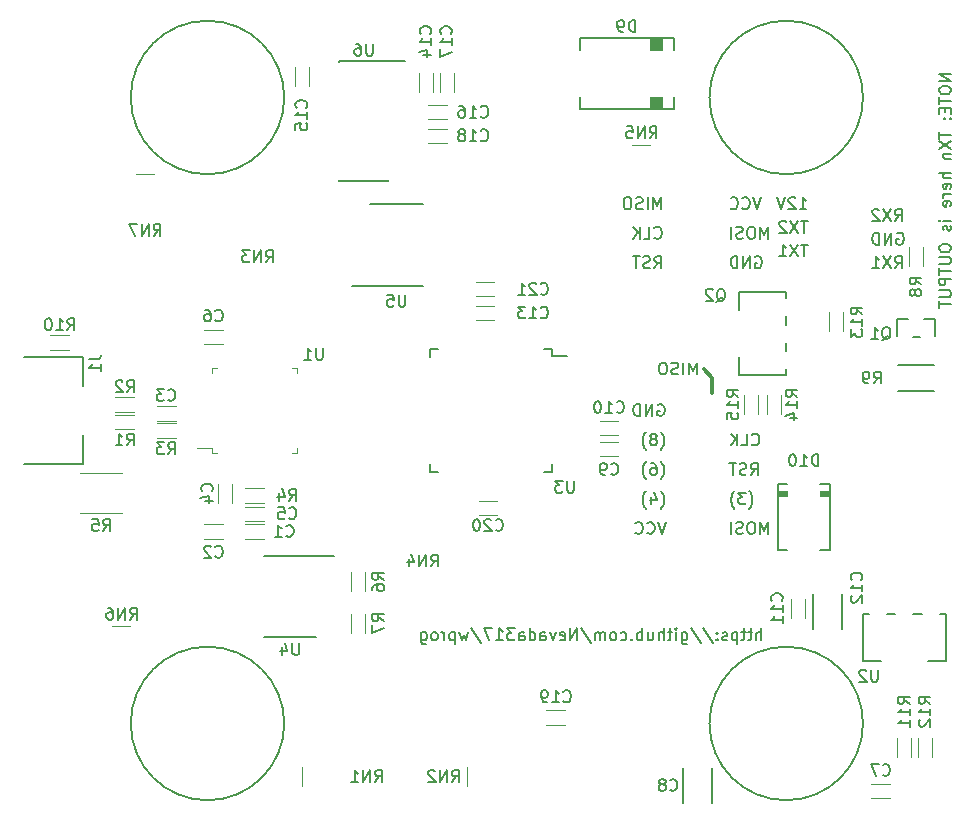
<source format=gbr>
%TF.GenerationSoftware,KiCad,Pcbnew,5.1.8-4.fc33*%
%TF.CreationDate,2020-12-20T16:44:50+03:00*%
%TF.ProjectId,2232,32323332-2e6b-4696-9361-645f70636258,rev?*%
%TF.SameCoordinates,Original*%
%TF.FileFunction,Legend,Bot*%
%TF.FilePolarity,Positive*%
%FSLAX46Y46*%
G04 Gerber Fmt 4.6, Leading zero omitted, Abs format (unit mm)*
G04 Created by KiCad (PCBNEW 5.1.8-4.fc33) date 2020-12-20 16:44:50*
%MOMM*%
%LPD*%
G01*
G04 APERTURE LIST*
%ADD10C,0.300000*%
%ADD11C,0.150000*%
%ADD12C,0.120000*%
%ADD13C,0.100000*%
%ADD14C,0.200000*%
%ADD15R,0.900000X0.800000*%
%ADD16R,1.727200X1.727200*%
%ADD17O,1.727200X1.727200*%
%ADD18R,2.400000X2.000000*%
%ADD19R,1.200000X1.700000*%
%ADD20R,2.200000X0.900000*%
%ADD21R,2.400000X3.500000*%
%ADD22R,0.800000X1.600000*%
%ADD23R,1.800000X0.450000*%
%ADD24R,0.800000X0.900000*%
%ADD25C,1.600000*%
%ADD26O,3.000000X2.000000*%
%ADD27R,0.400000X1.500000*%
%ADD28R,1.500000X0.400000*%
%ADD29R,2.000000X0.600000*%
%ADD30R,0.900000X2.200000*%
%ADD31R,3.500000X2.400000*%
%ADD32R,0.900000X0.440000*%
%ADD33R,0.600000X1.000000*%
%ADD34R,0.400000X1.000000*%
%ADD35R,0.440000X0.900000*%
%ADD36R,2.350000X3.700000*%
%ADD37C,2.200000*%
%ADD38C,2.500000*%
%ADD39C,1.500000*%
%ADD40R,1.500000X1.500000*%
%ADD41R,2.100000X1.870000*%
%ADD42R,1.680000X0.450000*%
%ADD43R,1.900000X1.170000*%
%ADD44R,1.900000X2.375000*%
%ADD45R,2.200000X3.400000*%
%ADD46R,1.900000X1.400000*%
G04 APERTURE END LIST*
D10*
X118750000Y-97250000D02*
X118750000Y-98500000D01*
X118000000Y-96500000D02*
X118750000Y-97250000D01*
D11*
X122904761Y-119452380D02*
X122904761Y-118452380D01*
X122476190Y-119452380D02*
X122476190Y-118928571D01*
X122523809Y-118833333D01*
X122619047Y-118785714D01*
X122761904Y-118785714D01*
X122857142Y-118833333D01*
X122904761Y-118880952D01*
X122142857Y-118785714D02*
X121761904Y-118785714D01*
X122000000Y-118452380D02*
X122000000Y-119309523D01*
X121952380Y-119404761D01*
X121857142Y-119452380D01*
X121761904Y-119452380D01*
X121571428Y-118785714D02*
X121190476Y-118785714D01*
X121428571Y-118452380D02*
X121428571Y-119309523D01*
X121380952Y-119404761D01*
X121285714Y-119452380D01*
X121190476Y-119452380D01*
X120857142Y-118785714D02*
X120857142Y-119785714D01*
X120857142Y-118833333D02*
X120761904Y-118785714D01*
X120571428Y-118785714D01*
X120476190Y-118833333D01*
X120428571Y-118880952D01*
X120380952Y-118976190D01*
X120380952Y-119261904D01*
X120428571Y-119357142D01*
X120476190Y-119404761D01*
X120571428Y-119452380D01*
X120761904Y-119452380D01*
X120857142Y-119404761D01*
X120000000Y-119404761D02*
X119904761Y-119452380D01*
X119714285Y-119452380D01*
X119619047Y-119404761D01*
X119571428Y-119309523D01*
X119571428Y-119261904D01*
X119619047Y-119166666D01*
X119714285Y-119119047D01*
X119857142Y-119119047D01*
X119952380Y-119071428D01*
X120000000Y-118976190D01*
X120000000Y-118928571D01*
X119952380Y-118833333D01*
X119857142Y-118785714D01*
X119714285Y-118785714D01*
X119619047Y-118833333D01*
X119142857Y-119357142D02*
X119095238Y-119404761D01*
X119142857Y-119452380D01*
X119190476Y-119404761D01*
X119142857Y-119357142D01*
X119142857Y-119452380D01*
X119142857Y-118833333D02*
X119095238Y-118880952D01*
X119142857Y-118928571D01*
X119190476Y-118880952D01*
X119142857Y-118833333D01*
X119142857Y-118928571D01*
X117952380Y-118404761D02*
X118809523Y-119690476D01*
X116904761Y-118404761D02*
X117761904Y-119690476D01*
X116142857Y-118785714D02*
X116142857Y-119595238D01*
X116190476Y-119690476D01*
X116238095Y-119738095D01*
X116333333Y-119785714D01*
X116476190Y-119785714D01*
X116571428Y-119738095D01*
X116142857Y-119404761D02*
X116238095Y-119452380D01*
X116428571Y-119452380D01*
X116523809Y-119404761D01*
X116571428Y-119357142D01*
X116619047Y-119261904D01*
X116619047Y-118976190D01*
X116571428Y-118880952D01*
X116523809Y-118833333D01*
X116428571Y-118785714D01*
X116238095Y-118785714D01*
X116142857Y-118833333D01*
X115666666Y-119452380D02*
X115666666Y-118785714D01*
X115666666Y-118452380D02*
X115714285Y-118500000D01*
X115666666Y-118547619D01*
X115619047Y-118500000D01*
X115666666Y-118452380D01*
X115666666Y-118547619D01*
X115333333Y-118785714D02*
X114952380Y-118785714D01*
X115190476Y-118452380D02*
X115190476Y-119309523D01*
X115142857Y-119404761D01*
X115047619Y-119452380D01*
X114952380Y-119452380D01*
X114619047Y-119452380D02*
X114619047Y-118452380D01*
X114190476Y-119452380D02*
X114190476Y-118928571D01*
X114238095Y-118833333D01*
X114333333Y-118785714D01*
X114476190Y-118785714D01*
X114571428Y-118833333D01*
X114619047Y-118880952D01*
X113285714Y-118785714D02*
X113285714Y-119452380D01*
X113714285Y-118785714D02*
X113714285Y-119309523D01*
X113666666Y-119404761D01*
X113571428Y-119452380D01*
X113428571Y-119452380D01*
X113333333Y-119404761D01*
X113285714Y-119357142D01*
X112809523Y-119452380D02*
X112809523Y-118452380D01*
X112809523Y-118833333D02*
X112714285Y-118785714D01*
X112523809Y-118785714D01*
X112428571Y-118833333D01*
X112380952Y-118880952D01*
X112333333Y-118976190D01*
X112333333Y-119261904D01*
X112380952Y-119357142D01*
X112428571Y-119404761D01*
X112523809Y-119452380D01*
X112714285Y-119452380D01*
X112809523Y-119404761D01*
X111904761Y-119357142D02*
X111857142Y-119404761D01*
X111904761Y-119452380D01*
X111952380Y-119404761D01*
X111904761Y-119357142D01*
X111904761Y-119452380D01*
X111000000Y-119404761D02*
X111095238Y-119452380D01*
X111285714Y-119452380D01*
X111380952Y-119404761D01*
X111428571Y-119357142D01*
X111476190Y-119261904D01*
X111476190Y-118976190D01*
X111428571Y-118880952D01*
X111380952Y-118833333D01*
X111285714Y-118785714D01*
X111095238Y-118785714D01*
X111000000Y-118833333D01*
X110428571Y-119452380D02*
X110523809Y-119404761D01*
X110571428Y-119357142D01*
X110619047Y-119261904D01*
X110619047Y-118976190D01*
X110571428Y-118880952D01*
X110523809Y-118833333D01*
X110428571Y-118785714D01*
X110285714Y-118785714D01*
X110190476Y-118833333D01*
X110142857Y-118880952D01*
X110095238Y-118976190D01*
X110095238Y-119261904D01*
X110142857Y-119357142D01*
X110190476Y-119404761D01*
X110285714Y-119452380D01*
X110428571Y-119452380D01*
X109666666Y-119452380D02*
X109666666Y-118785714D01*
X109666666Y-118880952D02*
X109619047Y-118833333D01*
X109523809Y-118785714D01*
X109380952Y-118785714D01*
X109285714Y-118833333D01*
X109238095Y-118928571D01*
X109238095Y-119452380D01*
X109238095Y-118928571D02*
X109190476Y-118833333D01*
X109095238Y-118785714D01*
X108952380Y-118785714D01*
X108857142Y-118833333D01*
X108809523Y-118928571D01*
X108809523Y-119452380D01*
X107619047Y-118404761D02*
X108476190Y-119690476D01*
X107285714Y-119452380D02*
X107285714Y-118452380D01*
X106714285Y-119452380D01*
X106714285Y-118452380D01*
X105857142Y-119404761D02*
X105952380Y-119452380D01*
X106142857Y-119452380D01*
X106238095Y-119404761D01*
X106285714Y-119309523D01*
X106285714Y-118928571D01*
X106238095Y-118833333D01*
X106142857Y-118785714D01*
X105952380Y-118785714D01*
X105857142Y-118833333D01*
X105809523Y-118928571D01*
X105809523Y-119023809D01*
X106285714Y-119119047D01*
X105476190Y-118785714D02*
X105238095Y-119452380D01*
X105000000Y-118785714D01*
X104190476Y-119452380D02*
X104190476Y-118928571D01*
X104238095Y-118833333D01*
X104333333Y-118785714D01*
X104523809Y-118785714D01*
X104619047Y-118833333D01*
X104190476Y-119404761D02*
X104285714Y-119452380D01*
X104523809Y-119452380D01*
X104619047Y-119404761D01*
X104666666Y-119309523D01*
X104666666Y-119214285D01*
X104619047Y-119119047D01*
X104523809Y-119071428D01*
X104285714Y-119071428D01*
X104190476Y-119023809D01*
X103285714Y-119452380D02*
X103285714Y-118452380D01*
X103285714Y-119404761D02*
X103380952Y-119452380D01*
X103571428Y-119452380D01*
X103666666Y-119404761D01*
X103714285Y-119357142D01*
X103761904Y-119261904D01*
X103761904Y-118976190D01*
X103714285Y-118880952D01*
X103666666Y-118833333D01*
X103571428Y-118785714D01*
X103380952Y-118785714D01*
X103285714Y-118833333D01*
X102380952Y-119452380D02*
X102380952Y-118928571D01*
X102428571Y-118833333D01*
X102523809Y-118785714D01*
X102714285Y-118785714D01*
X102809523Y-118833333D01*
X102380952Y-119404761D02*
X102476190Y-119452380D01*
X102714285Y-119452380D01*
X102809523Y-119404761D01*
X102857142Y-119309523D01*
X102857142Y-119214285D01*
X102809523Y-119119047D01*
X102714285Y-119071428D01*
X102476190Y-119071428D01*
X102380952Y-119023809D01*
X102000000Y-118452380D02*
X101380952Y-118452380D01*
X101714285Y-118833333D01*
X101571428Y-118833333D01*
X101476190Y-118880952D01*
X101428571Y-118928571D01*
X101380952Y-119023809D01*
X101380952Y-119261904D01*
X101428571Y-119357142D01*
X101476190Y-119404761D01*
X101571428Y-119452380D01*
X101857142Y-119452380D01*
X101952380Y-119404761D01*
X102000000Y-119357142D01*
X100428571Y-119452380D02*
X101000000Y-119452380D01*
X100714285Y-119452380D02*
X100714285Y-118452380D01*
X100809523Y-118595238D01*
X100904761Y-118690476D01*
X101000000Y-118738095D01*
X100095238Y-118452380D02*
X99428571Y-118452380D01*
X99857142Y-119452380D01*
X98333333Y-118404761D02*
X99190476Y-119690476D01*
X98095238Y-118785714D02*
X97904761Y-119452380D01*
X97714285Y-118976190D01*
X97523809Y-119452380D01*
X97333333Y-118785714D01*
X96952380Y-118785714D02*
X96952380Y-119785714D01*
X96952380Y-118833333D02*
X96857142Y-118785714D01*
X96666666Y-118785714D01*
X96571428Y-118833333D01*
X96523809Y-118880952D01*
X96476190Y-118976190D01*
X96476190Y-119261904D01*
X96523809Y-119357142D01*
X96571428Y-119404761D01*
X96666666Y-119452380D01*
X96857142Y-119452380D01*
X96952380Y-119404761D01*
X96047619Y-119452380D02*
X96047619Y-118785714D01*
X96047619Y-118976190D02*
X96000000Y-118880952D01*
X95952380Y-118833333D01*
X95857142Y-118785714D01*
X95761904Y-118785714D01*
X95285714Y-119452380D02*
X95380952Y-119404761D01*
X95428571Y-119357142D01*
X95476190Y-119261904D01*
X95476190Y-118976190D01*
X95428571Y-118880952D01*
X95380952Y-118833333D01*
X95285714Y-118785714D01*
X95142857Y-118785714D01*
X95047619Y-118833333D01*
X95000000Y-118880952D01*
X94952380Y-118976190D01*
X94952380Y-119261904D01*
X95000000Y-119357142D01*
X95047619Y-119404761D01*
X95142857Y-119452380D01*
X95285714Y-119452380D01*
X94095238Y-118785714D02*
X94095238Y-119595238D01*
X94142857Y-119690476D01*
X94190476Y-119738095D01*
X94285714Y-119785714D01*
X94428571Y-119785714D01*
X94523809Y-119738095D01*
X94095238Y-119404761D02*
X94190476Y-119452380D01*
X94380952Y-119452380D01*
X94476190Y-119404761D01*
X94523809Y-119357142D01*
X94571428Y-119261904D01*
X94571428Y-118976190D01*
X94523809Y-118880952D01*
X94476190Y-118833333D01*
X94380952Y-118785714D01*
X94190476Y-118785714D01*
X94095238Y-118833333D01*
X138952380Y-71545357D02*
X137952380Y-71545357D01*
X138952380Y-72116785D01*
X137952380Y-72116785D01*
X137952380Y-72783452D02*
X137952380Y-72973928D01*
X138000000Y-73069166D01*
X138095238Y-73164404D01*
X138285714Y-73212023D01*
X138619047Y-73212023D01*
X138809523Y-73164404D01*
X138904761Y-73069166D01*
X138952380Y-72973928D01*
X138952380Y-72783452D01*
X138904761Y-72688214D01*
X138809523Y-72592976D01*
X138619047Y-72545357D01*
X138285714Y-72545357D01*
X138095238Y-72592976D01*
X138000000Y-72688214D01*
X137952380Y-72783452D01*
X137952380Y-73497738D02*
X137952380Y-74069166D01*
X138952380Y-73783452D02*
X137952380Y-73783452D01*
X138428571Y-74402500D02*
X138428571Y-74735833D01*
X138952380Y-74878690D02*
X138952380Y-74402500D01*
X137952380Y-74402500D01*
X137952380Y-74878690D01*
X138857142Y-75307261D02*
X138904761Y-75354880D01*
X138952380Y-75307261D01*
X138904761Y-75259642D01*
X138857142Y-75307261D01*
X138952380Y-75307261D01*
X138333333Y-75307261D02*
X138380952Y-75354880D01*
X138428571Y-75307261D01*
X138380952Y-75259642D01*
X138333333Y-75307261D01*
X138428571Y-75307261D01*
X137952380Y-76402500D02*
X137952380Y-76973928D01*
X138952380Y-76688214D02*
X137952380Y-76688214D01*
X137952380Y-77212023D02*
X138952380Y-77878690D01*
X137952380Y-77878690D02*
X138952380Y-77212023D01*
X138285714Y-78259642D02*
X138952380Y-78259642D01*
X138380952Y-78259642D02*
X138333333Y-78307261D01*
X138285714Y-78402500D01*
X138285714Y-78545357D01*
X138333333Y-78640595D01*
X138428571Y-78688214D01*
X138952380Y-78688214D01*
X138952380Y-79926309D02*
X137952380Y-79926309D01*
X138952380Y-80354880D02*
X138428571Y-80354880D01*
X138333333Y-80307261D01*
X138285714Y-80212023D01*
X138285714Y-80069166D01*
X138333333Y-79973928D01*
X138380952Y-79926309D01*
X138904761Y-81212023D02*
X138952380Y-81116785D01*
X138952380Y-80926309D01*
X138904761Y-80831071D01*
X138809523Y-80783452D01*
X138428571Y-80783452D01*
X138333333Y-80831071D01*
X138285714Y-80926309D01*
X138285714Y-81116785D01*
X138333333Y-81212023D01*
X138428571Y-81259642D01*
X138523809Y-81259642D01*
X138619047Y-80783452D01*
X138952380Y-81688214D02*
X138285714Y-81688214D01*
X138476190Y-81688214D02*
X138380952Y-81735833D01*
X138333333Y-81783452D01*
X138285714Y-81878690D01*
X138285714Y-81973928D01*
X138904761Y-82688214D02*
X138952380Y-82592976D01*
X138952380Y-82402500D01*
X138904761Y-82307261D01*
X138809523Y-82259642D01*
X138428571Y-82259642D01*
X138333333Y-82307261D01*
X138285714Y-82402500D01*
X138285714Y-82592976D01*
X138333333Y-82688214D01*
X138428571Y-82735833D01*
X138523809Y-82735833D01*
X138619047Y-82259642D01*
X138952380Y-83926309D02*
X138285714Y-83926309D01*
X137952380Y-83926309D02*
X138000000Y-83878690D01*
X138047619Y-83926309D01*
X138000000Y-83973928D01*
X137952380Y-83926309D01*
X138047619Y-83926309D01*
X138904761Y-84354880D02*
X138952380Y-84450119D01*
X138952380Y-84640595D01*
X138904761Y-84735833D01*
X138809523Y-84783452D01*
X138761904Y-84783452D01*
X138666666Y-84735833D01*
X138619047Y-84640595D01*
X138619047Y-84497738D01*
X138571428Y-84402500D01*
X138476190Y-84354880D01*
X138428571Y-84354880D01*
X138333333Y-84402500D01*
X138285714Y-84497738D01*
X138285714Y-84640595D01*
X138333333Y-84735833D01*
X137952380Y-86164404D02*
X137952380Y-86354880D01*
X138000000Y-86450119D01*
X138095238Y-86545357D01*
X138285714Y-86592976D01*
X138619047Y-86592976D01*
X138809523Y-86545357D01*
X138904761Y-86450119D01*
X138952380Y-86354880D01*
X138952380Y-86164404D01*
X138904761Y-86069166D01*
X138809523Y-85973928D01*
X138619047Y-85926309D01*
X138285714Y-85926309D01*
X138095238Y-85973928D01*
X138000000Y-86069166D01*
X137952380Y-86164404D01*
X137952380Y-87021547D02*
X138761904Y-87021547D01*
X138857142Y-87069166D01*
X138904761Y-87116785D01*
X138952380Y-87212023D01*
X138952380Y-87402500D01*
X138904761Y-87497738D01*
X138857142Y-87545357D01*
X138761904Y-87592976D01*
X137952380Y-87592976D01*
X137952380Y-87926309D02*
X137952380Y-88497738D01*
X138952380Y-88212023D02*
X137952380Y-88212023D01*
X138952380Y-88831071D02*
X137952380Y-88831071D01*
X137952380Y-89212023D01*
X138000000Y-89307261D01*
X138047619Y-89354880D01*
X138142857Y-89402500D01*
X138285714Y-89402500D01*
X138380952Y-89354880D01*
X138428571Y-89307261D01*
X138476190Y-89212023D01*
X138476190Y-88831071D01*
X137952380Y-89831071D02*
X138761904Y-89831071D01*
X138857142Y-89878690D01*
X138904761Y-89926309D01*
X138952380Y-90021547D01*
X138952380Y-90212023D01*
X138904761Y-90307261D01*
X138857142Y-90354880D01*
X138761904Y-90402500D01*
X137952380Y-90402500D01*
X137952380Y-90735833D02*
X137952380Y-91307261D01*
X138952380Y-91021547D02*
X137952380Y-91021547D01*
X134192738Y-87952380D02*
X134526071Y-87476190D01*
X134764166Y-87952380D02*
X134764166Y-86952380D01*
X134383214Y-86952380D01*
X134287976Y-87000000D01*
X134240357Y-87047619D01*
X134192738Y-87142857D01*
X134192738Y-87285714D01*
X134240357Y-87380952D01*
X134287976Y-87428571D01*
X134383214Y-87476190D01*
X134764166Y-87476190D01*
X133859404Y-86952380D02*
X133192738Y-87952380D01*
X133192738Y-86952380D02*
X133859404Y-87952380D01*
X132287976Y-87952380D02*
X132859404Y-87952380D01*
X132573690Y-87952380D02*
X132573690Y-86952380D01*
X132668928Y-87095238D01*
X132764166Y-87190476D01*
X132859404Y-87238095D01*
X134383214Y-85000000D02*
X134478452Y-84952380D01*
X134621309Y-84952380D01*
X134764166Y-85000000D01*
X134859404Y-85095238D01*
X134907023Y-85190476D01*
X134954642Y-85380952D01*
X134954642Y-85523809D01*
X134907023Y-85714285D01*
X134859404Y-85809523D01*
X134764166Y-85904761D01*
X134621309Y-85952380D01*
X134526071Y-85952380D01*
X134383214Y-85904761D01*
X134335595Y-85857142D01*
X134335595Y-85523809D01*
X134526071Y-85523809D01*
X133907023Y-85952380D02*
X133907023Y-84952380D01*
X133335595Y-85952380D01*
X133335595Y-84952380D01*
X132859404Y-85952380D02*
X132859404Y-84952380D01*
X132621309Y-84952380D01*
X132478452Y-85000000D01*
X132383214Y-85095238D01*
X132335595Y-85190476D01*
X132287976Y-85380952D01*
X132287976Y-85523809D01*
X132335595Y-85714285D01*
X132383214Y-85809523D01*
X132478452Y-85904761D01*
X132621309Y-85952380D01*
X132859404Y-85952380D01*
X134192738Y-83952380D02*
X134526071Y-83476190D01*
X134764166Y-83952380D02*
X134764166Y-82952380D01*
X134383214Y-82952380D01*
X134287976Y-83000000D01*
X134240357Y-83047619D01*
X134192738Y-83142857D01*
X134192738Y-83285714D01*
X134240357Y-83380952D01*
X134287976Y-83428571D01*
X134383214Y-83476190D01*
X134764166Y-83476190D01*
X133859404Y-82952380D02*
X133192738Y-83952380D01*
X133192738Y-82952380D02*
X133859404Y-83952380D01*
X132859404Y-83047619D02*
X132811785Y-83000000D01*
X132716547Y-82952380D01*
X132478452Y-82952380D01*
X132383214Y-83000000D01*
X132335595Y-83047619D01*
X132287976Y-83142857D01*
X132287976Y-83238095D01*
X132335595Y-83380952D01*
X132907023Y-83952380D01*
X132287976Y-83952380D01*
X126807261Y-85952380D02*
X126235833Y-85952380D01*
X126521547Y-86952380D02*
X126521547Y-85952380D01*
X125997738Y-85952380D02*
X125331071Y-86952380D01*
X125331071Y-85952380D02*
X125997738Y-86952380D01*
X124426309Y-86952380D02*
X124997738Y-86952380D01*
X124712023Y-86952380D02*
X124712023Y-85952380D01*
X124807261Y-86095238D01*
X124902500Y-86190476D01*
X124997738Y-86238095D01*
X126807261Y-83952380D02*
X126235833Y-83952380D01*
X126521547Y-84952380D02*
X126521547Y-83952380D01*
X125997738Y-83952380D02*
X125331071Y-84952380D01*
X125331071Y-83952380D02*
X125997738Y-84952380D01*
X124997738Y-84047619D02*
X124950119Y-84000000D01*
X124854880Y-83952380D01*
X124616785Y-83952380D01*
X124521547Y-84000000D01*
X124473928Y-84047619D01*
X124426309Y-84142857D01*
X124426309Y-84238095D01*
X124473928Y-84380952D01*
X125045357Y-84952380D01*
X124426309Y-84952380D01*
X126140595Y-82952380D02*
X126712023Y-82952380D01*
X126426309Y-82952380D02*
X126426309Y-81952380D01*
X126521547Y-82095238D01*
X126616785Y-82190476D01*
X126712023Y-82238095D01*
X125759642Y-82047619D02*
X125712023Y-82000000D01*
X125616785Y-81952380D01*
X125378690Y-81952380D01*
X125283452Y-82000000D01*
X125235833Y-82047619D01*
X125188214Y-82142857D01*
X125188214Y-82238095D01*
X125235833Y-82380952D01*
X125807261Y-82952380D01*
X125188214Y-82952380D01*
X124902500Y-81952380D02*
X124569166Y-82952380D01*
X124235833Y-81952380D01*
X113842976Y-87952380D02*
X114176309Y-87476190D01*
X114414404Y-87952380D02*
X114414404Y-86952380D01*
X114033452Y-86952380D01*
X113938214Y-87000000D01*
X113890595Y-87047619D01*
X113842976Y-87142857D01*
X113842976Y-87285714D01*
X113890595Y-87380952D01*
X113938214Y-87428571D01*
X114033452Y-87476190D01*
X114414404Y-87476190D01*
X113462023Y-87904761D02*
X113319166Y-87952380D01*
X113081071Y-87952380D01*
X112985833Y-87904761D01*
X112938214Y-87857142D01*
X112890595Y-87761904D01*
X112890595Y-87666666D01*
X112938214Y-87571428D01*
X112985833Y-87523809D01*
X113081071Y-87476190D01*
X113271547Y-87428571D01*
X113366785Y-87380952D01*
X113414404Y-87333333D01*
X113462023Y-87238095D01*
X113462023Y-87142857D01*
X113414404Y-87047619D01*
X113366785Y-87000000D01*
X113271547Y-86952380D01*
X113033452Y-86952380D01*
X112890595Y-87000000D01*
X112604880Y-86952380D02*
X112033452Y-86952380D01*
X112319166Y-87952380D02*
X112319166Y-86952380D01*
X113842976Y-85357142D02*
X113890595Y-85404761D01*
X114033452Y-85452380D01*
X114128690Y-85452380D01*
X114271547Y-85404761D01*
X114366785Y-85309523D01*
X114414404Y-85214285D01*
X114462023Y-85023809D01*
X114462023Y-84880952D01*
X114414404Y-84690476D01*
X114366785Y-84595238D01*
X114271547Y-84500000D01*
X114128690Y-84452380D01*
X114033452Y-84452380D01*
X113890595Y-84500000D01*
X113842976Y-84547619D01*
X112938214Y-85452380D02*
X113414404Y-85452380D01*
X113414404Y-84452380D01*
X112604880Y-85452380D02*
X112604880Y-84452380D01*
X112033452Y-85452380D02*
X112462023Y-84880952D01*
X112033452Y-84452380D02*
X112604880Y-85023809D01*
X114414404Y-82952380D02*
X114414404Y-81952380D01*
X114081071Y-82666666D01*
X113747738Y-81952380D01*
X113747738Y-82952380D01*
X113271547Y-82952380D02*
X113271547Y-81952380D01*
X112842976Y-82904761D02*
X112700119Y-82952380D01*
X112462023Y-82952380D01*
X112366785Y-82904761D01*
X112319166Y-82857142D01*
X112271547Y-82761904D01*
X112271547Y-82666666D01*
X112319166Y-82571428D01*
X112366785Y-82523809D01*
X112462023Y-82476190D01*
X112652500Y-82428571D01*
X112747738Y-82380952D01*
X112795357Y-82333333D01*
X112842976Y-82238095D01*
X112842976Y-82142857D01*
X112795357Y-82047619D01*
X112747738Y-82000000D01*
X112652500Y-81952380D01*
X112414404Y-81952380D01*
X112271547Y-82000000D01*
X111652500Y-81952380D02*
X111462023Y-81952380D01*
X111366785Y-82000000D01*
X111271547Y-82095238D01*
X111223928Y-82285714D01*
X111223928Y-82619047D01*
X111271547Y-82809523D01*
X111366785Y-82904761D01*
X111462023Y-82952380D01*
X111652500Y-82952380D01*
X111747738Y-82904761D01*
X111842976Y-82809523D01*
X111890595Y-82619047D01*
X111890595Y-82285714D01*
X111842976Y-82095238D01*
X111747738Y-82000000D01*
X111652500Y-81952380D01*
X122383214Y-87000000D02*
X122478452Y-86952380D01*
X122621309Y-86952380D01*
X122764166Y-87000000D01*
X122859404Y-87095238D01*
X122907023Y-87190476D01*
X122954642Y-87380952D01*
X122954642Y-87523809D01*
X122907023Y-87714285D01*
X122859404Y-87809523D01*
X122764166Y-87904761D01*
X122621309Y-87952380D01*
X122526071Y-87952380D01*
X122383214Y-87904761D01*
X122335595Y-87857142D01*
X122335595Y-87523809D01*
X122526071Y-87523809D01*
X121907023Y-87952380D02*
X121907023Y-86952380D01*
X121335595Y-87952380D01*
X121335595Y-86952380D01*
X120859404Y-87952380D02*
X120859404Y-86952380D01*
X120621309Y-86952380D01*
X120478452Y-87000000D01*
X120383214Y-87095238D01*
X120335595Y-87190476D01*
X120287976Y-87380952D01*
X120287976Y-87523809D01*
X120335595Y-87714285D01*
X120383214Y-87809523D01*
X120478452Y-87904761D01*
X120621309Y-87952380D01*
X120859404Y-87952380D01*
X123478452Y-85452380D02*
X123478452Y-84452380D01*
X123145119Y-85166666D01*
X122811785Y-84452380D01*
X122811785Y-85452380D01*
X122145119Y-84452380D02*
X121954642Y-84452380D01*
X121859404Y-84500000D01*
X121764166Y-84595238D01*
X121716547Y-84785714D01*
X121716547Y-85119047D01*
X121764166Y-85309523D01*
X121859404Y-85404761D01*
X121954642Y-85452380D01*
X122145119Y-85452380D01*
X122240357Y-85404761D01*
X122335595Y-85309523D01*
X122383214Y-85119047D01*
X122383214Y-84785714D01*
X122335595Y-84595238D01*
X122240357Y-84500000D01*
X122145119Y-84452380D01*
X121335595Y-85404761D02*
X121192738Y-85452380D01*
X120954642Y-85452380D01*
X120859404Y-85404761D01*
X120811785Y-85357142D01*
X120764166Y-85261904D01*
X120764166Y-85166666D01*
X120811785Y-85071428D01*
X120859404Y-85023809D01*
X120954642Y-84976190D01*
X121145119Y-84928571D01*
X121240357Y-84880952D01*
X121287976Y-84833333D01*
X121335595Y-84738095D01*
X121335595Y-84642857D01*
X121287976Y-84547619D01*
X121240357Y-84500000D01*
X121145119Y-84452380D01*
X120907023Y-84452380D01*
X120764166Y-84500000D01*
X120335595Y-85452380D02*
X120335595Y-84452380D01*
X122859404Y-81952380D02*
X122526071Y-82952380D01*
X122192738Y-81952380D01*
X121287976Y-82857142D02*
X121335595Y-82904761D01*
X121478452Y-82952380D01*
X121573690Y-82952380D01*
X121716547Y-82904761D01*
X121811785Y-82809523D01*
X121859404Y-82714285D01*
X121907023Y-82523809D01*
X121907023Y-82380952D01*
X121859404Y-82190476D01*
X121811785Y-82095238D01*
X121716547Y-82000000D01*
X121573690Y-81952380D01*
X121478452Y-81952380D01*
X121335595Y-82000000D01*
X121287976Y-82047619D01*
X120287976Y-82857142D02*
X120335595Y-82904761D01*
X120478452Y-82952380D01*
X120573690Y-82952380D01*
X120716547Y-82904761D01*
X120811785Y-82809523D01*
X120859404Y-82714285D01*
X120907023Y-82523809D01*
X120907023Y-82380952D01*
X120859404Y-82190476D01*
X120811785Y-82095238D01*
X120716547Y-82000000D01*
X120573690Y-81952380D01*
X120478452Y-81952380D01*
X120335595Y-82000000D01*
X120287976Y-82047619D01*
X114807261Y-109452380D02*
X114473928Y-110452380D01*
X114140595Y-109452380D01*
X113235833Y-110357142D02*
X113283452Y-110404761D01*
X113426309Y-110452380D01*
X113521547Y-110452380D01*
X113664404Y-110404761D01*
X113759642Y-110309523D01*
X113807261Y-110214285D01*
X113854880Y-110023809D01*
X113854880Y-109880952D01*
X113807261Y-109690476D01*
X113759642Y-109595238D01*
X113664404Y-109500000D01*
X113521547Y-109452380D01*
X113426309Y-109452380D01*
X113283452Y-109500000D01*
X113235833Y-109547619D01*
X112235833Y-110357142D02*
X112283452Y-110404761D01*
X112426309Y-110452380D01*
X112521547Y-110452380D01*
X112664404Y-110404761D01*
X112759642Y-110309523D01*
X112807261Y-110214285D01*
X112854880Y-110023809D01*
X112854880Y-109880952D01*
X112807261Y-109690476D01*
X112759642Y-109595238D01*
X112664404Y-109500000D01*
X112521547Y-109452380D01*
X112426309Y-109452380D01*
X112283452Y-109500000D01*
X112235833Y-109547619D01*
X114378690Y-108333333D02*
X114426309Y-108285714D01*
X114521547Y-108142857D01*
X114569166Y-108047619D01*
X114616785Y-107904761D01*
X114664404Y-107666666D01*
X114664404Y-107476190D01*
X114616785Y-107238095D01*
X114569166Y-107095238D01*
X114521547Y-107000000D01*
X114426309Y-106857142D01*
X114378690Y-106809523D01*
X113569166Y-107285714D02*
X113569166Y-107952380D01*
X113807261Y-106904761D02*
X114045357Y-107619047D01*
X113426309Y-107619047D01*
X113140595Y-108333333D02*
X113092976Y-108285714D01*
X112997738Y-108142857D01*
X112950119Y-108047619D01*
X112902500Y-107904761D01*
X112854880Y-107666666D01*
X112854880Y-107476190D01*
X112902500Y-107238095D01*
X112950119Y-107095238D01*
X112997738Y-107000000D01*
X113092976Y-106857142D01*
X113140595Y-106809523D01*
X114378690Y-105833333D02*
X114426309Y-105785714D01*
X114521547Y-105642857D01*
X114569166Y-105547619D01*
X114616785Y-105404761D01*
X114664404Y-105166666D01*
X114664404Y-104976190D01*
X114616785Y-104738095D01*
X114569166Y-104595238D01*
X114521547Y-104500000D01*
X114426309Y-104357142D01*
X114378690Y-104309523D01*
X113569166Y-104452380D02*
X113759642Y-104452380D01*
X113854880Y-104500000D01*
X113902500Y-104547619D01*
X113997738Y-104690476D01*
X114045357Y-104880952D01*
X114045357Y-105261904D01*
X113997738Y-105357142D01*
X113950119Y-105404761D01*
X113854880Y-105452380D01*
X113664404Y-105452380D01*
X113569166Y-105404761D01*
X113521547Y-105357142D01*
X113473928Y-105261904D01*
X113473928Y-105023809D01*
X113521547Y-104928571D01*
X113569166Y-104880952D01*
X113664404Y-104833333D01*
X113854880Y-104833333D01*
X113950119Y-104880952D01*
X113997738Y-104928571D01*
X114045357Y-105023809D01*
X113140595Y-105833333D02*
X113092976Y-105785714D01*
X112997738Y-105642857D01*
X112950119Y-105547619D01*
X112902500Y-105404761D01*
X112854880Y-105166666D01*
X112854880Y-104976190D01*
X112902500Y-104738095D01*
X112950119Y-104595238D01*
X112997738Y-104500000D01*
X113092976Y-104357142D01*
X113140595Y-104309523D01*
X114378690Y-103333333D02*
X114426309Y-103285714D01*
X114521547Y-103142857D01*
X114569166Y-103047619D01*
X114616785Y-102904761D01*
X114664404Y-102666666D01*
X114664404Y-102476190D01*
X114616785Y-102238095D01*
X114569166Y-102095238D01*
X114521547Y-102000000D01*
X114426309Y-101857142D01*
X114378690Y-101809523D01*
X113854880Y-102380952D02*
X113950119Y-102333333D01*
X113997738Y-102285714D01*
X114045357Y-102190476D01*
X114045357Y-102142857D01*
X113997738Y-102047619D01*
X113950119Y-102000000D01*
X113854880Y-101952380D01*
X113664404Y-101952380D01*
X113569166Y-102000000D01*
X113521547Y-102047619D01*
X113473928Y-102142857D01*
X113473928Y-102190476D01*
X113521547Y-102285714D01*
X113569166Y-102333333D01*
X113664404Y-102380952D01*
X113854880Y-102380952D01*
X113950119Y-102428571D01*
X113997738Y-102476190D01*
X114045357Y-102571428D01*
X114045357Y-102761904D01*
X113997738Y-102857142D01*
X113950119Y-102904761D01*
X113854880Y-102952380D01*
X113664404Y-102952380D01*
X113569166Y-102904761D01*
X113521547Y-102857142D01*
X113473928Y-102761904D01*
X113473928Y-102571428D01*
X113521547Y-102476190D01*
X113569166Y-102428571D01*
X113664404Y-102380952D01*
X113140595Y-103333333D02*
X113092976Y-103285714D01*
X112997738Y-103142857D01*
X112950119Y-103047619D01*
X112902500Y-102904761D01*
X112854880Y-102666666D01*
X112854880Y-102476190D01*
X112902500Y-102238095D01*
X112950119Y-102095238D01*
X112997738Y-102000000D01*
X113092976Y-101857142D01*
X113140595Y-101809523D01*
X114140595Y-99500000D02*
X114235833Y-99452380D01*
X114378690Y-99452380D01*
X114521547Y-99500000D01*
X114616785Y-99595238D01*
X114664404Y-99690476D01*
X114712023Y-99880952D01*
X114712023Y-100023809D01*
X114664404Y-100214285D01*
X114616785Y-100309523D01*
X114521547Y-100404761D01*
X114378690Y-100452380D01*
X114283452Y-100452380D01*
X114140595Y-100404761D01*
X114092976Y-100357142D01*
X114092976Y-100023809D01*
X114283452Y-100023809D01*
X113664404Y-100452380D02*
X113664404Y-99452380D01*
X113092976Y-100452380D01*
X113092976Y-99452380D01*
X112616785Y-100452380D02*
X112616785Y-99452380D01*
X112378690Y-99452380D01*
X112235833Y-99500000D01*
X112140595Y-99595238D01*
X112092976Y-99690476D01*
X112045357Y-99880952D01*
X112045357Y-100023809D01*
X112092976Y-100214285D01*
X112140595Y-100309523D01*
X112235833Y-100404761D01*
X112378690Y-100452380D01*
X112616785Y-100452380D01*
X117414404Y-96952380D02*
X117414404Y-95952380D01*
X117081071Y-96666666D01*
X116747738Y-95952380D01*
X116747738Y-96952380D01*
X116271547Y-96952380D02*
X116271547Y-95952380D01*
X115842976Y-96904761D02*
X115700119Y-96952380D01*
X115462023Y-96952380D01*
X115366785Y-96904761D01*
X115319166Y-96857142D01*
X115271547Y-96761904D01*
X115271547Y-96666666D01*
X115319166Y-96571428D01*
X115366785Y-96523809D01*
X115462023Y-96476190D01*
X115652500Y-96428571D01*
X115747738Y-96380952D01*
X115795357Y-96333333D01*
X115842976Y-96238095D01*
X115842976Y-96142857D01*
X115795357Y-96047619D01*
X115747738Y-96000000D01*
X115652500Y-95952380D01*
X115414404Y-95952380D01*
X115271547Y-96000000D01*
X114652500Y-95952380D02*
X114462023Y-95952380D01*
X114366785Y-96000000D01*
X114271547Y-96095238D01*
X114223928Y-96285714D01*
X114223928Y-96619047D01*
X114271547Y-96809523D01*
X114366785Y-96904761D01*
X114462023Y-96952380D01*
X114652500Y-96952380D01*
X114747738Y-96904761D01*
X114842976Y-96809523D01*
X114890595Y-96619047D01*
X114890595Y-96285714D01*
X114842976Y-96095238D01*
X114747738Y-96000000D01*
X114652500Y-95952380D01*
X121859404Y-108333333D02*
X121907023Y-108285714D01*
X122002261Y-108142857D01*
X122049880Y-108047619D01*
X122097500Y-107904761D01*
X122145119Y-107666666D01*
X122145119Y-107476190D01*
X122097500Y-107238095D01*
X122049880Y-107095238D01*
X122002261Y-107000000D01*
X121907023Y-106857142D01*
X121859404Y-106809523D01*
X121573690Y-106952380D02*
X120954642Y-106952380D01*
X121287976Y-107333333D01*
X121145119Y-107333333D01*
X121049880Y-107380952D01*
X121002261Y-107428571D01*
X120954642Y-107523809D01*
X120954642Y-107761904D01*
X121002261Y-107857142D01*
X121049880Y-107904761D01*
X121145119Y-107952380D01*
X121430833Y-107952380D01*
X121526071Y-107904761D01*
X121573690Y-107857142D01*
X120621309Y-108333333D02*
X120573690Y-108285714D01*
X120478452Y-108142857D01*
X120430833Y-108047619D01*
X120383214Y-107904761D01*
X120335595Y-107666666D01*
X120335595Y-107476190D01*
X120383214Y-107238095D01*
X120430833Y-107095238D01*
X120478452Y-107000000D01*
X120573690Y-106857142D01*
X120621309Y-106809523D01*
X122097500Y-102857142D02*
X122145119Y-102904761D01*
X122287976Y-102952380D01*
X122383214Y-102952380D01*
X122526071Y-102904761D01*
X122621309Y-102809523D01*
X122668928Y-102714285D01*
X122716547Y-102523809D01*
X122716547Y-102380952D01*
X122668928Y-102190476D01*
X122621309Y-102095238D01*
X122526071Y-102000000D01*
X122383214Y-101952380D01*
X122287976Y-101952380D01*
X122145119Y-102000000D01*
X122097500Y-102047619D01*
X121192738Y-102952380D02*
X121668928Y-102952380D01*
X121668928Y-101952380D01*
X120859404Y-102952380D02*
X120859404Y-101952380D01*
X120287976Y-102952380D02*
X120716547Y-102380952D01*
X120287976Y-101952380D02*
X120859404Y-102523809D01*
X122002261Y-105452380D02*
X122335595Y-104976190D01*
X122573690Y-105452380D02*
X122573690Y-104452380D01*
X122192738Y-104452380D01*
X122097500Y-104500000D01*
X122049880Y-104547619D01*
X122002261Y-104642857D01*
X122002261Y-104785714D01*
X122049880Y-104880952D01*
X122097500Y-104928571D01*
X122192738Y-104976190D01*
X122573690Y-104976190D01*
X121621309Y-105404761D02*
X121478452Y-105452380D01*
X121240357Y-105452380D01*
X121145119Y-105404761D01*
X121097500Y-105357142D01*
X121049880Y-105261904D01*
X121049880Y-105166666D01*
X121097500Y-105071428D01*
X121145119Y-105023809D01*
X121240357Y-104976190D01*
X121430833Y-104928571D01*
X121526071Y-104880952D01*
X121573690Y-104833333D01*
X121621309Y-104738095D01*
X121621309Y-104642857D01*
X121573690Y-104547619D01*
X121526071Y-104500000D01*
X121430833Y-104452380D01*
X121192738Y-104452380D01*
X121049880Y-104500000D01*
X120764166Y-104452380D02*
X120192738Y-104452380D01*
X120478452Y-105452380D02*
X120478452Y-104452380D01*
X123478452Y-110452380D02*
X123478452Y-109452380D01*
X123145119Y-110166666D01*
X122811785Y-109452380D01*
X122811785Y-110452380D01*
X122145119Y-109452380D02*
X121954642Y-109452380D01*
X121859404Y-109500000D01*
X121764166Y-109595238D01*
X121716547Y-109785714D01*
X121716547Y-110119047D01*
X121764166Y-110309523D01*
X121859404Y-110404761D01*
X121954642Y-110452380D01*
X122145119Y-110452380D01*
X122240357Y-110404761D01*
X122335595Y-110309523D01*
X122383214Y-110119047D01*
X122383214Y-109785714D01*
X122335595Y-109595238D01*
X122240357Y-109500000D01*
X122145119Y-109452380D01*
X121335595Y-110404761D02*
X121192738Y-110452380D01*
X120954642Y-110452380D01*
X120859404Y-110404761D01*
X120811785Y-110357142D01*
X120764166Y-110261904D01*
X120764166Y-110166666D01*
X120811785Y-110071428D01*
X120859404Y-110023809D01*
X120954642Y-109976190D01*
X121145119Y-109928571D01*
X121240357Y-109880952D01*
X121287976Y-109833333D01*
X121335595Y-109738095D01*
X121335595Y-109642857D01*
X121287976Y-109547619D01*
X121240357Y-109500000D01*
X121145119Y-109452380D01*
X120907023Y-109452380D01*
X120764166Y-109500000D01*
X120335595Y-110452380D02*
X120335595Y-109452380D01*
D12*
%TO.C,R15*%
X121400000Y-98700000D02*
X121400000Y-100300000D01*
X122600000Y-100300000D02*
X122600000Y-98700000D01*
%TO.C,R14*%
X123400000Y-98700000D02*
X123400000Y-100300000D01*
X124600000Y-100300000D02*
X124600000Y-98700000D01*
D13*
%TO.C,D10*%
G36*
X128700000Y-107200000D02*
G01*
X128700000Y-106800000D01*
X127900000Y-106800000D01*
X127900000Y-107200000D01*
X128700000Y-107200000D01*
G37*
X128700000Y-107200000D02*
X128700000Y-106800000D01*
X127900000Y-106800000D01*
X127900000Y-107200000D01*
X128700000Y-107200000D01*
G36*
X125100000Y-107200000D02*
G01*
X125100000Y-106800000D01*
X124300000Y-106800000D01*
X124300000Y-107200000D01*
X125100000Y-107200000D01*
G37*
X125100000Y-107200000D02*
X125100000Y-106800000D01*
X124300000Y-106800000D01*
X124300000Y-107200000D01*
X125100000Y-107200000D01*
D11*
X128700000Y-111800000D02*
X127900000Y-111800000D01*
X128700000Y-106200000D02*
X128700000Y-111800000D01*
X127900000Y-106200000D02*
X128700000Y-106200000D01*
X124300000Y-111800000D02*
X125100000Y-111800000D01*
X124300000Y-106200000D02*
X124300000Y-111800000D01*
X125100000Y-106200000D02*
X124300000Y-106200000D01*
D12*
%TO.C,R13*%
X129850000Y-93300000D02*
X129850000Y-91700000D01*
X128650000Y-91700000D02*
X128650000Y-93300000D01*
%TO.C,R12*%
X136150000Y-127700000D02*
X136150000Y-129300000D01*
X137350000Y-129300000D02*
X137350000Y-127700000D01*
%TO.C,R11*%
X134400000Y-127700000D02*
X134400000Y-129300000D01*
X135600000Y-129300000D02*
X135600000Y-127700000D01*
D14*
%TO.C,R9*%
X137500000Y-96150000D02*
X134500000Y-96150000D01*
X134500000Y-98350000D02*
X137500000Y-98350000D01*
D12*
%TO.C,R8*%
X136600000Y-87800000D02*
X136600000Y-86200000D01*
X135400000Y-86200000D02*
X135400000Y-87800000D01*
D11*
%TO.C,Q2*%
X125000000Y-94250000D02*
X125000000Y-95000000D01*
X125000000Y-92000000D02*
X125000000Y-92750000D01*
X125000000Y-97000000D02*
X125000000Y-96500000D01*
X121000000Y-97000000D02*
X125000000Y-97000000D01*
X121000000Y-95500000D02*
X121000000Y-97000000D01*
X125000000Y-90000000D02*
X125000000Y-90500000D01*
X121000000Y-90000000D02*
X125000000Y-90000000D01*
X121000000Y-91500000D02*
X121000000Y-90000000D01*
D14*
%TO.C,Q1*%
X137580000Y-92240000D02*
X137580000Y-93700000D01*
X135700000Y-93760000D02*
X136300000Y-93760000D01*
X134420000Y-92240000D02*
X134420000Y-93700000D01*
X137580000Y-92240000D02*
X136650000Y-92240000D01*
X134420000Y-92240000D02*
X135350000Y-92240000D01*
D11*
%TO.C,U5*%
X88250000Y-89450000D02*
X94225000Y-89450000D01*
X89775000Y-82550000D02*
X94225000Y-82550000D01*
D12*
%TO.C,C21*%
X100300000Y-89150000D02*
X98700000Y-89150000D01*
X98700000Y-90350000D02*
X100300000Y-90350000D01*
D11*
%TO.C,U3*%
X105175000Y-95400000D02*
X106450000Y-95400000D01*
X94825000Y-94825000D02*
X95500000Y-94825000D01*
X94825000Y-105175000D02*
X95500000Y-105175000D01*
X105175000Y-105175000D02*
X104500000Y-105175000D01*
X105175000Y-94825000D02*
X104500000Y-94825000D01*
X105175000Y-105175000D02*
X105175000Y-104500000D01*
X94825000Y-105175000D02*
X94825000Y-104500000D01*
X94825000Y-94825000D02*
X94825000Y-95500000D01*
X105175000Y-94825000D02*
X105175000Y-95400000D01*
D12*
%TO.C,C20*%
X100550000Y-107650000D02*
X98950000Y-107650000D01*
X98950000Y-108850000D02*
X100550000Y-108850000D01*
D11*
%TO.C,V4*%
X131500000Y-126500000D02*
G75*
G03*
X131500000Y-126500000I-6500000J0D01*
G01*
%TO.C,V3*%
X131500000Y-73500000D02*
G75*
G03*
X131500000Y-73500000I-6500000J0D01*
G01*
%TO.C,V2*%
X82500000Y-126500000D02*
G75*
G03*
X82500000Y-126500000I-6500000J0D01*
G01*
%TO.C,V1*%
X82500000Y-73500000D02*
G75*
G03*
X82500000Y-73500000I-6500000J0D01*
G01*
D12*
%TO.C,R10*%
X64300000Y-93650000D02*
X62700000Y-93650000D01*
X62700000Y-94850000D02*
X64300000Y-94850000D01*
%TO.C,R7*%
X88150000Y-117200000D02*
X88150000Y-118800000D01*
X89350000Y-118800000D02*
X89350000Y-117200000D01*
%TO.C,R6*%
X88150000Y-113700000D02*
X88150000Y-115300000D01*
X89350000Y-115300000D02*
X89350000Y-113700000D01*
D11*
%TO.C,U6*%
X91325000Y-70450000D02*
X92700000Y-70450000D01*
X91325000Y-80575000D02*
X87175000Y-80575000D01*
X91325000Y-70425000D02*
X87175000Y-70425000D01*
X91325000Y-80575000D02*
X91325000Y-80470000D01*
X87175000Y-80575000D02*
X87175000Y-80470000D01*
X87175000Y-70425000D02*
X87175000Y-70530000D01*
X91325000Y-70425000D02*
X91325000Y-70450000D01*
%TO.C,U4*%
X86750000Y-112300000D02*
X80775000Y-112300000D01*
X85225000Y-119200000D02*
X80775000Y-119200000D01*
%TO.C,U2*%
X135750000Y-117250000D02*
X136500000Y-117250000D01*
X133500000Y-117250000D02*
X134250000Y-117250000D01*
X138500000Y-117250000D02*
X138000000Y-117250000D01*
X138500000Y-121250000D02*
X138500000Y-117250000D01*
X137000000Y-121250000D02*
X138500000Y-121250000D01*
X131500000Y-117250000D02*
X132000000Y-117250000D01*
X131500000Y-121250000D02*
X131500000Y-117250000D01*
X133000000Y-121250000D02*
X131500000Y-121250000D01*
D12*
%TO.C,U1*%
X76390000Y-103160000D02*
X75100000Y-103160000D01*
X76390000Y-103610000D02*
X76390000Y-103160000D01*
X76840000Y-103610000D02*
X76390000Y-103610000D01*
X83610000Y-103610000D02*
X83610000Y-103160000D01*
X83160000Y-103610000D02*
X83610000Y-103610000D01*
X76390000Y-96390000D02*
X76390000Y-96840000D01*
X76840000Y-96390000D02*
X76390000Y-96390000D01*
X83610000Y-96390000D02*
X83610000Y-96840000D01*
X83160000Y-96390000D02*
X83610000Y-96390000D01*
D11*
%TO.C,RN7*%
X69950000Y-83400000D02*
X71550000Y-83400000D01*
X69950000Y-80100000D02*
X71550000Y-80100000D01*
%TO.C,RN6*%
X67950000Y-121650000D02*
X69550000Y-121650000D01*
X67950000Y-118350000D02*
X69550000Y-118350000D01*
%TO.C,RN5*%
X113550000Y-77600000D02*
X111950000Y-77600000D01*
X113550000Y-80900000D02*
X111950000Y-80900000D01*
%TO.C,RN2*%
X101400000Y-131800000D02*
X101400000Y-130200000D01*
X98100000Y-131800000D02*
X98100000Y-130200000D01*
%TO.C,RN1*%
X87400000Y-131800000D02*
X87400000Y-130200000D01*
X84100000Y-131800000D02*
X84100000Y-130200000D01*
D12*
%TO.C,R5*%
X68778000Y-108710000D02*
X65222000Y-108710000D01*
X68778000Y-105290000D02*
X65222000Y-105290000D01*
%TO.C,R4*%
X80800000Y-106600000D02*
X79200000Y-106600000D01*
X79200000Y-107800000D02*
X80800000Y-107800000D01*
%TO.C,R3*%
X73300000Y-101100000D02*
X71700000Y-101100000D01*
X71700000Y-102300000D02*
X73300000Y-102300000D01*
%TO.C,R2*%
X69800000Y-98900000D02*
X68200000Y-98900000D01*
X68200000Y-100100000D02*
X69800000Y-100100000D01*
%TO.C,R1*%
X69800000Y-100400000D02*
X68200000Y-100400000D01*
X68200000Y-101600000D02*
X69800000Y-101600000D01*
D14*
%TO.C,J1*%
X60500000Y-95500000D02*
X65500000Y-95500000D01*
X65500000Y-95500000D02*
X65500000Y-97900000D01*
X60500000Y-104500000D02*
X65500000Y-104500000D01*
X65500000Y-104500000D02*
X65500000Y-102100000D01*
D13*
%TO.C,D9*%
G36*
X114500000Y-73500000D02*
G01*
X114500000Y-74500000D01*
X113500000Y-74500000D01*
X113500000Y-73500000D01*
X114500000Y-73500000D01*
G37*
X114500000Y-73500000D02*
X114500000Y-74500000D01*
X113500000Y-74500000D01*
X113500000Y-73500000D01*
X114500000Y-73500000D01*
G36*
X114500000Y-68500000D02*
G01*
X114500000Y-69500000D01*
X113500000Y-69500000D01*
X113500000Y-68500000D01*
X114500000Y-68500000D01*
G37*
X114500000Y-68500000D02*
X114500000Y-69500000D01*
X113500000Y-69500000D01*
X113500000Y-68500000D01*
X114500000Y-68500000D01*
D14*
X107500000Y-74500000D02*
X107500000Y-73500000D01*
X115500000Y-74500000D02*
X107500000Y-74500000D01*
X115500000Y-73500000D02*
X115500000Y-74500000D01*
X107500000Y-68500000D02*
X107500000Y-69500000D01*
X115500000Y-68500000D02*
X107500000Y-68500000D01*
X115500000Y-69500000D02*
X115500000Y-68500000D01*
D12*
%TO.C,C19*%
X106300000Y-125400000D02*
X104700000Y-125400000D01*
X104700000Y-126600000D02*
X106300000Y-126600000D01*
%TO.C,C18*%
X96300000Y-76150000D02*
X94700000Y-76150000D01*
X94700000Y-77350000D02*
X96300000Y-77350000D01*
%TO.C,C17*%
X95650000Y-71450000D02*
X95650000Y-73050000D01*
X96850000Y-73050000D02*
X96850000Y-71450000D01*
%TO.C,C16*%
X94700000Y-75350000D02*
X96300000Y-75350000D01*
X96300000Y-74150000D02*
X94700000Y-74150000D01*
%TO.C,C15*%
X84600000Y-72550000D02*
X84600000Y-70950000D01*
X83400000Y-70950000D02*
X83400000Y-72550000D01*
%TO.C,C14*%
X93900000Y-71450000D02*
X93900000Y-73050000D01*
X95100000Y-73050000D02*
X95100000Y-71450000D01*
%TO.C,C13*%
X98700000Y-92350000D02*
X100300000Y-92350000D01*
X100300000Y-91150000D02*
X98700000Y-91150000D01*
D14*
%TO.C,C12*%
X129700000Y-118500000D02*
X129700000Y-115500000D01*
X127300000Y-115500000D02*
X127300000Y-118500000D01*
D12*
%TO.C,C11*%
X126600000Y-117550000D02*
X126600000Y-115950000D01*
X125400000Y-115950000D02*
X125400000Y-117550000D01*
%TO.C,C10*%
X109200000Y-102100000D02*
X110800000Y-102100000D01*
X110800000Y-100900000D02*
X109200000Y-100900000D01*
%TO.C,C9*%
X109200000Y-103850000D02*
X110800000Y-103850000D01*
X110800000Y-102650000D02*
X109200000Y-102650000D01*
D14*
%TO.C,C8*%
X118700000Y-133250000D02*
X118700000Y-130250000D01*
X116300000Y-130250000D02*
X116300000Y-133250000D01*
D12*
%TO.C,C7*%
X133800000Y-131650000D02*
X132200000Y-131650000D01*
X132200000Y-132850000D02*
X133800000Y-132850000D01*
%TO.C,C6*%
X77300000Y-93150000D02*
X75700000Y-93150000D01*
X75700000Y-94350000D02*
X77300000Y-94350000D01*
%TO.C,C5*%
X80800000Y-108150000D02*
X79200000Y-108150000D01*
X79200000Y-109350000D02*
X80800000Y-109350000D01*
%TO.C,C4*%
X76900000Y-106200000D02*
X76900000Y-107800000D01*
X78100000Y-107800000D02*
X78100000Y-106200000D01*
%TO.C,C3*%
X73300000Y-99650000D02*
X71700000Y-99650000D01*
X71700000Y-100850000D02*
X73300000Y-100850000D01*
%TO.C,C2*%
X75700000Y-110850000D02*
X77300000Y-110850000D01*
X77300000Y-109650000D02*
X75700000Y-109650000D01*
%TO.C,C1*%
X80800000Y-109650000D02*
X79200000Y-109650000D01*
X79200000Y-110850000D02*
X80800000Y-110850000D01*
%TO.C,R15*%
D11*
X120952380Y-98857142D02*
X120476190Y-98523809D01*
X120952380Y-98285714D02*
X119952380Y-98285714D01*
X119952380Y-98666666D01*
X120000000Y-98761904D01*
X120047619Y-98809523D01*
X120142857Y-98857142D01*
X120285714Y-98857142D01*
X120380952Y-98809523D01*
X120428571Y-98761904D01*
X120476190Y-98666666D01*
X120476190Y-98285714D01*
X120952380Y-99809523D02*
X120952380Y-99238095D01*
X120952380Y-99523809D02*
X119952380Y-99523809D01*
X120095238Y-99428571D01*
X120190476Y-99333333D01*
X120238095Y-99238095D01*
X119952380Y-100714285D02*
X119952380Y-100238095D01*
X120428571Y-100190476D01*
X120380952Y-100238095D01*
X120333333Y-100333333D01*
X120333333Y-100571428D01*
X120380952Y-100666666D01*
X120428571Y-100714285D01*
X120523809Y-100761904D01*
X120761904Y-100761904D01*
X120857142Y-100714285D01*
X120904761Y-100666666D01*
X120952380Y-100571428D01*
X120952380Y-100333333D01*
X120904761Y-100238095D01*
X120857142Y-100190476D01*
%TO.C,R14*%
X125952380Y-98857142D02*
X125476190Y-98523809D01*
X125952380Y-98285714D02*
X124952380Y-98285714D01*
X124952380Y-98666666D01*
X125000000Y-98761904D01*
X125047619Y-98809523D01*
X125142857Y-98857142D01*
X125285714Y-98857142D01*
X125380952Y-98809523D01*
X125428571Y-98761904D01*
X125476190Y-98666666D01*
X125476190Y-98285714D01*
X125952380Y-99809523D02*
X125952380Y-99238095D01*
X125952380Y-99523809D02*
X124952380Y-99523809D01*
X125095238Y-99428571D01*
X125190476Y-99333333D01*
X125238095Y-99238095D01*
X125285714Y-100666666D02*
X125952380Y-100666666D01*
X124904761Y-100428571D02*
X125619047Y-100190476D01*
X125619047Y-100809523D01*
%TO.C,D10*%
X127714285Y-104702380D02*
X127714285Y-103702380D01*
X127476190Y-103702380D01*
X127333333Y-103750000D01*
X127238095Y-103845238D01*
X127190476Y-103940476D01*
X127142857Y-104130952D01*
X127142857Y-104273809D01*
X127190476Y-104464285D01*
X127238095Y-104559523D01*
X127333333Y-104654761D01*
X127476190Y-104702380D01*
X127714285Y-104702380D01*
X126190476Y-104702380D02*
X126761904Y-104702380D01*
X126476190Y-104702380D02*
X126476190Y-103702380D01*
X126571428Y-103845238D01*
X126666666Y-103940476D01*
X126761904Y-103988095D01*
X125571428Y-103702380D02*
X125476190Y-103702380D01*
X125380952Y-103750000D01*
X125333333Y-103797619D01*
X125285714Y-103892857D01*
X125238095Y-104083333D01*
X125238095Y-104321428D01*
X125285714Y-104511904D01*
X125333333Y-104607142D01*
X125380952Y-104654761D01*
X125476190Y-104702380D01*
X125571428Y-104702380D01*
X125666666Y-104654761D01*
X125714285Y-104607142D01*
X125761904Y-104511904D01*
X125809523Y-104321428D01*
X125809523Y-104083333D01*
X125761904Y-103892857D01*
X125714285Y-103797619D01*
X125666666Y-103750000D01*
X125571428Y-103702380D01*
%TO.C,R13*%
X131452380Y-91857142D02*
X130976190Y-91523809D01*
X131452380Y-91285714D02*
X130452380Y-91285714D01*
X130452380Y-91666666D01*
X130500000Y-91761904D01*
X130547619Y-91809523D01*
X130642857Y-91857142D01*
X130785714Y-91857142D01*
X130880952Y-91809523D01*
X130928571Y-91761904D01*
X130976190Y-91666666D01*
X130976190Y-91285714D01*
X131452380Y-92809523D02*
X131452380Y-92238095D01*
X131452380Y-92523809D02*
X130452380Y-92523809D01*
X130595238Y-92428571D01*
X130690476Y-92333333D01*
X130738095Y-92238095D01*
X130452380Y-93142857D02*
X130452380Y-93761904D01*
X130833333Y-93428571D01*
X130833333Y-93571428D01*
X130880952Y-93666666D01*
X130928571Y-93714285D01*
X131023809Y-93761904D01*
X131261904Y-93761904D01*
X131357142Y-93714285D01*
X131404761Y-93666666D01*
X131452380Y-93571428D01*
X131452380Y-93285714D01*
X131404761Y-93190476D01*
X131357142Y-93142857D01*
%TO.C,R12*%
X137202380Y-124857142D02*
X136726190Y-124523809D01*
X137202380Y-124285714D02*
X136202380Y-124285714D01*
X136202380Y-124666666D01*
X136250000Y-124761904D01*
X136297619Y-124809523D01*
X136392857Y-124857142D01*
X136535714Y-124857142D01*
X136630952Y-124809523D01*
X136678571Y-124761904D01*
X136726190Y-124666666D01*
X136726190Y-124285714D01*
X137202380Y-125809523D02*
X137202380Y-125238095D01*
X137202380Y-125523809D02*
X136202380Y-125523809D01*
X136345238Y-125428571D01*
X136440476Y-125333333D01*
X136488095Y-125238095D01*
X136297619Y-126190476D02*
X136250000Y-126238095D01*
X136202380Y-126333333D01*
X136202380Y-126571428D01*
X136250000Y-126666666D01*
X136297619Y-126714285D01*
X136392857Y-126761904D01*
X136488095Y-126761904D01*
X136630952Y-126714285D01*
X137202380Y-126142857D01*
X137202380Y-126761904D01*
%TO.C,R11*%
X135452380Y-124857142D02*
X134976190Y-124523809D01*
X135452380Y-124285714D02*
X134452380Y-124285714D01*
X134452380Y-124666666D01*
X134500000Y-124761904D01*
X134547619Y-124809523D01*
X134642857Y-124857142D01*
X134785714Y-124857142D01*
X134880952Y-124809523D01*
X134928571Y-124761904D01*
X134976190Y-124666666D01*
X134976190Y-124285714D01*
X135452380Y-125809523D02*
X135452380Y-125238095D01*
X135452380Y-125523809D02*
X134452380Y-125523809D01*
X134595238Y-125428571D01*
X134690476Y-125333333D01*
X134738095Y-125238095D01*
X135452380Y-126761904D02*
X135452380Y-126190476D01*
X135452380Y-126476190D02*
X134452380Y-126476190D01*
X134595238Y-126380952D01*
X134690476Y-126285714D01*
X134738095Y-126190476D01*
%TO.C,R9*%
X132416666Y-97702380D02*
X132750000Y-97226190D01*
X132988095Y-97702380D02*
X132988095Y-96702380D01*
X132607142Y-96702380D01*
X132511904Y-96750000D01*
X132464285Y-96797619D01*
X132416666Y-96892857D01*
X132416666Y-97035714D01*
X132464285Y-97130952D01*
X132511904Y-97178571D01*
X132607142Y-97226190D01*
X132988095Y-97226190D01*
X131940476Y-97702380D02*
X131750000Y-97702380D01*
X131654761Y-97654761D01*
X131607142Y-97607142D01*
X131511904Y-97464285D01*
X131464285Y-97273809D01*
X131464285Y-96892857D01*
X131511904Y-96797619D01*
X131559523Y-96750000D01*
X131654761Y-96702380D01*
X131845238Y-96702380D01*
X131940476Y-96750000D01*
X131988095Y-96797619D01*
X132035714Y-96892857D01*
X132035714Y-97130952D01*
X131988095Y-97226190D01*
X131940476Y-97273809D01*
X131845238Y-97321428D01*
X131654761Y-97321428D01*
X131559523Y-97273809D01*
X131511904Y-97226190D01*
X131464285Y-97130952D01*
%TO.C,R8*%
X136452380Y-89333333D02*
X135976190Y-89000000D01*
X136452380Y-88761904D02*
X135452380Y-88761904D01*
X135452380Y-89142857D01*
X135500000Y-89238095D01*
X135547619Y-89285714D01*
X135642857Y-89333333D01*
X135785714Y-89333333D01*
X135880952Y-89285714D01*
X135928571Y-89238095D01*
X135976190Y-89142857D01*
X135976190Y-88761904D01*
X135880952Y-89904761D02*
X135833333Y-89809523D01*
X135785714Y-89761904D01*
X135690476Y-89714285D01*
X135642857Y-89714285D01*
X135547619Y-89761904D01*
X135500000Y-89809523D01*
X135452380Y-89904761D01*
X135452380Y-90095238D01*
X135500000Y-90190476D01*
X135547619Y-90238095D01*
X135642857Y-90285714D01*
X135690476Y-90285714D01*
X135785714Y-90238095D01*
X135833333Y-90190476D01*
X135880952Y-90095238D01*
X135880952Y-89904761D01*
X135928571Y-89809523D01*
X135976190Y-89761904D01*
X136071428Y-89714285D01*
X136261904Y-89714285D01*
X136357142Y-89761904D01*
X136404761Y-89809523D01*
X136452380Y-89904761D01*
X136452380Y-90095238D01*
X136404761Y-90190476D01*
X136357142Y-90238095D01*
X136261904Y-90285714D01*
X136071428Y-90285714D01*
X135976190Y-90238095D01*
X135928571Y-90190476D01*
X135880952Y-90095238D01*
%TO.C,Q2*%
X119095238Y-90797619D02*
X119190476Y-90750000D01*
X119285714Y-90654761D01*
X119428571Y-90511904D01*
X119523809Y-90464285D01*
X119619047Y-90464285D01*
X119571428Y-90702380D02*
X119666666Y-90654761D01*
X119761904Y-90559523D01*
X119809523Y-90369047D01*
X119809523Y-90035714D01*
X119761904Y-89845238D01*
X119666666Y-89750000D01*
X119571428Y-89702380D01*
X119380952Y-89702380D01*
X119285714Y-89750000D01*
X119190476Y-89845238D01*
X119142857Y-90035714D01*
X119142857Y-90369047D01*
X119190476Y-90559523D01*
X119285714Y-90654761D01*
X119380952Y-90702380D01*
X119571428Y-90702380D01*
X118761904Y-89797619D02*
X118714285Y-89750000D01*
X118619047Y-89702380D01*
X118380952Y-89702380D01*
X118285714Y-89750000D01*
X118238095Y-89797619D01*
X118190476Y-89892857D01*
X118190476Y-89988095D01*
X118238095Y-90130952D01*
X118809523Y-90702380D01*
X118190476Y-90702380D01*
%TO.C,Q1*%
X133095238Y-94047619D02*
X133190476Y-94000000D01*
X133285714Y-93904761D01*
X133428571Y-93761904D01*
X133523809Y-93714285D01*
X133619047Y-93714285D01*
X133571428Y-93952380D02*
X133666666Y-93904761D01*
X133761904Y-93809523D01*
X133809523Y-93619047D01*
X133809523Y-93285714D01*
X133761904Y-93095238D01*
X133666666Y-93000000D01*
X133571428Y-92952380D01*
X133380952Y-92952380D01*
X133285714Y-93000000D01*
X133190476Y-93095238D01*
X133142857Y-93285714D01*
X133142857Y-93619047D01*
X133190476Y-93809523D01*
X133285714Y-93904761D01*
X133380952Y-93952380D01*
X133571428Y-93952380D01*
X132190476Y-93952380D02*
X132761904Y-93952380D01*
X132476190Y-93952380D02*
X132476190Y-92952380D01*
X132571428Y-93095238D01*
X132666666Y-93190476D01*
X132761904Y-93238095D01*
%TO.C,U5*%
X92761904Y-90202380D02*
X92761904Y-91011904D01*
X92714285Y-91107142D01*
X92666666Y-91154761D01*
X92571428Y-91202380D01*
X92380952Y-91202380D01*
X92285714Y-91154761D01*
X92238095Y-91107142D01*
X92190476Y-91011904D01*
X92190476Y-90202380D01*
X91238095Y-90202380D02*
X91714285Y-90202380D01*
X91761904Y-90678571D01*
X91714285Y-90630952D01*
X91619047Y-90583333D01*
X91380952Y-90583333D01*
X91285714Y-90630952D01*
X91238095Y-90678571D01*
X91190476Y-90773809D01*
X91190476Y-91011904D01*
X91238095Y-91107142D01*
X91285714Y-91154761D01*
X91380952Y-91202380D01*
X91619047Y-91202380D01*
X91714285Y-91154761D01*
X91761904Y-91107142D01*
%TO.C,C21*%
X104206857Y-90107142D02*
X104254476Y-90154761D01*
X104397333Y-90202380D01*
X104492571Y-90202380D01*
X104635428Y-90154761D01*
X104730666Y-90059523D01*
X104778285Y-89964285D01*
X104825904Y-89773809D01*
X104825904Y-89630952D01*
X104778285Y-89440476D01*
X104730666Y-89345238D01*
X104635428Y-89250000D01*
X104492571Y-89202380D01*
X104397333Y-89202380D01*
X104254476Y-89250000D01*
X104206857Y-89297619D01*
X103825904Y-89297619D02*
X103778285Y-89250000D01*
X103683047Y-89202380D01*
X103444952Y-89202380D01*
X103349714Y-89250000D01*
X103302095Y-89297619D01*
X103254476Y-89392857D01*
X103254476Y-89488095D01*
X103302095Y-89630952D01*
X103873523Y-90202380D01*
X103254476Y-90202380D01*
X102302095Y-90202380D02*
X102873523Y-90202380D01*
X102587809Y-90202380D02*
X102587809Y-89202380D01*
X102683047Y-89345238D01*
X102778285Y-89440476D01*
X102873523Y-89488095D01*
%TO.C,U3*%
X107011904Y-105952380D02*
X107011904Y-106761904D01*
X106964285Y-106857142D01*
X106916666Y-106904761D01*
X106821428Y-106952380D01*
X106630952Y-106952380D01*
X106535714Y-106904761D01*
X106488095Y-106857142D01*
X106440476Y-106761904D01*
X106440476Y-105952380D01*
X106059523Y-105952380D02*
X105440476Y-105952380D01*
X105773809Y-106333333D01*
X105630952Y-106333333D01*
X105535714Y-106380952D01*
X105488095Y-106428571D01*
X105440476Y-106523809D01*
X105440476Y-106761904D01*
X105488095Y-106857142D01*
X105535714Y-106904761D01*
X105630952Y-106952380D01*
X105916666Y-106952380D01*
X106011904Y-106904761D01*
X106059523Y-106857142D01*
%TO.C,C20*%
X100392857Y-110107142D02*
X100440476Y-110154761D01*
X100583333Y-110202380D01*
X100678571Y-110202380D01*
X100821428Y-110154761D01*
X100916666Y-110059523D01*
X100964285Y-109964285D01*
X101011904Y-109773809D01*
X101011904Y-109630952D01*
X100964285Y-109440476D01*
X100916666Y-109345238D01*
X100821428Y-109250000D01*
X100678571Y-109202380D01*
X100583333Y-109202380D01*
X100440476Y-109250000D01*
X100392857Y-109297619D01*
X100011904Y-109297619D02*
X99964285Y-109250000D01*
X99869047Y-109202380D01*
X99630952Y-109202380D01*
X99535714Y-109250000D01*
X99488095Y-109297619D01*
X99440476Y-109392857D01*
X99440476Y-109488095D01*
X99488095Y-109630952D01*
X100059523Y-110202380D01*
X99440476Y-110202380D01*
X98821428Y-109202380D02*
X98726190Y-109202380D01*
X98630952Y-109250000D01*
X98583333Y-109297619D01*
X98535714Y-109392857D01*
X98488095Y-109583333D01*
X98488095Y-109821428D01*
X98535714Y-110011904D01*
X98583333Y-110107142D01*
X98630952Y-110154761D01*
X98726190Y-110202380D01*
X98821428Y-110202380D01*
X98916666Y-110154761D01*
X98964285Y-110107142D01*
X99011904Y-110011904D01*
X99059523Y-109821428D01*
X99059523Y-109583333D01*
X99011904Y-109392857D01*
X98964285Y-109297619D01*
X98916666Y-109250000D01*
X98821428Y-109202380D01*
%TO.C,R10*%
X64142857Y-93202380D02*
X64476190Y-92726190D01*
X64714285Y-93202380D02*
X64714285Y-92202380D01*
X64333333Y-92202380D01*
X64238095Y-92250000D01*
X64190476Y-92297619D01*
X64142857Y-92392857D01*
X64142857Y-92535714D01*
X64190476Y-92630952D01*
X64238095Y-92678571D01*
X64333333Y-92726190D01*
X64714285Y-92726190D01*
X63190476Y-93202380D02*
X63761904Y-93202380D01*
X63476190Y-93202380D02*
X63476190Y-92202380D01*
X63571428Y-92345238D01*
X63666666Y-92440476D01*
X63761904Y-92488095D01*
X62571428Y-92202380D02*
X62476190Y-92202380D01*
X62380952Y-92250000D01*
X62333333Y-92297619D01*
X62285714Y-92392857D01*
X62238095Y-92583333D01*
X62238095Y-92821428D01*
X62285714Y-93011904D01*
X62333333Y-93107142D01*
X62380952Y-93154761D01*
X62476190Y-93202380D01*
X62571428Y-93202380D01*
X62666666Y-93154761D01*
X62714285Y-93107142D01*
X62761904Y-93011904D01*
X62809523Y-92821428D01*
X62809523Y-92583333D01*
X62761904Y-92392857D01*
X62714285Y-92297619D01*
X62666666Y-92250000D01*
X62571428Y-92202380D01*
%TO.C,R7*%
X90952380Y-117833333D02*
X90476190Y-117500000D01*
X90952380Y-117261904D02*
X89952380Y-117261904D01*
X89952380Y-117642857D01*
X90000000Y-117738095D01*
X90047619Y-117785714D01*
X90142857Y-117833333D01*
X90285714Y-117833333D01*
X90380952Y-117785714D01*
X90428571Y-117738095D01*
X90476190Y-117642857D01*
X90476190Y-117261904D01*
X89952380Y-118166666D02*
X89952380Y-118833333D01*
X90952380Y-118404761D01*
%TO.C,R6*%
X90952380Y-114333333D02*
X90476190Y-114000000D01*
X90952380Y-113761904D02*
X89952380Y-113761904D01*
X89952380Y-114142857D01*
X90000000Y-114238095D01*
X90047619Y-114285714D01*
X90142857Y-114333333D01*
X90285714Y-114333333D01*
X90380952Y-114285714D01*
X90428571Y-114238095D01*
X90476190Y-114142857D01*
X90476190Y-113761904D01*
X89952380Y-115190476D02*
X89952380Y-115000000D01*
X90000000Y-114904761D01*
X90047619Y-114857142D01*
X90190476Y-114761904D01*
X90380952Y-114714285D01*
X90761904Y-114714285D01*
X90857142Y-114761904D01*
X90904761Y-114809523D01*
X90952380Y-114904761D01*
X90952380Y-115095238D01*
X90904761Y-115190476D01*
X90857142Y-115238095D01*
X90761904Y-115285714D01*
X90523809Y-115285714D01*
X90428571Y-115238095D01*
X90380952Y-115190476D01*
X90333333Y-115095238D01*
X90333333Y-114904761D01*
X90380952Y-114809523D01*
X90428571Y-114761904D01*
X90523809Y-114714285D01*
%TO.C,U6*%
X90011904Y-68952380D02*
X90011904Y-69761904D01*
X89964285Y-69857142D01*
X89916666Y-69904761D01*
X89821428Y-69952380D01*
X89630952Y-69952380D01*
X89535714Y-69904761D01*
X89488095Y-69857142D01*
X89440476Y-69761904D01*
X89440476Y-68952380D01*
X88535714Y-68952380D02*
X88726190Y-68952380D01*
X88821428Y-69000000D01*
X88869047Y-69047619D01*
X88964285Y-69190476D01*
X89011904Y-69380952D01*
X89011904Y-69761904D01*
X88964285Y-69857142D01*
X88916666Y-69904761D01*
X88821428Y-69952380D01*
X88630952Y-69952380D01*
X88535714Y-69904761D01*
X88488095Y-69857142D01*
X88440476Y-69761904D01*
X88440476Y-69523809D01*
X88488095Y-69428571D01*
X88535714Y-69380952D01*
X88630952Y-69333333D01*
X88821428Y-69333333D01*
X88916666Y-69380952D01*
X88964285Y-69428571D01*
X89011904Y-69523809D01*
%TO.C,U4*%
X83761904Y-119702380D02*
X83761904Y-120511904D01*
X83714285Y-120607142D01*
X83666666Y-120654761D01*
X83571428Y-120702380D01*
X83380952Y-120702380D01*
X83285714Y-120654761D01*
X83238095Y-120607142D01*
X83190476Y-120511904D01*
X83190476Y-119702380D01*
X82285714Y-120035714D02*
X82285714Y-120702380D01*
X82523809Y-119654761D02*
X82761904Y-120369047D01*
X82142857Y-120369047D01*
%TO.C,U2*%
X132761904Y-121952380D02*
X132761904Y-122761904D01*
X132714285Y-122857142D01*
X132666666Y-122904761D01*
X132571428Y-122952380D01*
X132380952Y-122952380D01*
X132285714Y-122904761D01*
X132238095Y-122857142D01*
X132190476Y-122761904D01*
X132190476Y-121952380D01*
X131761904Y-122047619D02*
X131714285Y-122000000D01*
X131619047Y-121952380D01*
X131380952Y-121952380D01*
X131285714Y-122000000D01*
X131238095Y-122047619D01*
X131190476Y-122142857D01*
X131190476Y-122238095D01*
X131238095Y-122380952D01*
X131809523Y-122952380D01*
X131190476Y-122952380D01*
%TO.C,U1*%
X85761904Y-94702380D02*
X85761904Y-95511904D01*
X85714285Y-95607142D01*
X85666666Y-95654761D01*
X85571428Y-95702380D01*
X85380952Y-95702380D01*
X85285714Y-95654761D01*
X85238095Y-95607142D01*
X85190476Y-95511904D01*
X85190476Y-94702380D01*
X84190476Y-95702380D02*
X84761904Y-95702380D01*
X84476190Y-95702380D02*
X84476190Y-94702380D01*
X84571428Y-94845238D01*
X84666666Y-94940476D01*
X84761904Y-94988095D01*
%TO.C,RN7*%
X71440476Y-85202380D02*
X71773809Y-84726190D01*
X72011904Y-85202380D02*
X72011904Y-84202380D01*
X71630952Y-84202380D01*
X71535714Y-84250000D01*
X71488095Y-84297619D01*
X71440476Y-84392857D01*
X71440476Y-84535714D01*
X71488095Y-84630952D01*
X71535714Y-84678571D01*
X71630952Y-84726190D01*
X72011904Y-84726190D01*
X71011904Y-85202380D02*
X71011904Y-84202380D01*
X70440476Y-85202380D01*
X70440476Y-84202380D01*
X70059523Y-84202380D02*
X69392857Y-84202380D01*
X69821428Y-85202380D01*
%TO.C,RN6*%
X69440476Y-117702380D02*
X69773809Y-117226190D01*
X70011904Y-117702380D02*
X70011904Y-116702380D01*
X69630952Y-116702380D01*
X69535714Y-116750000D01*
X69488095Y-116797619D01*
X69440476Y-116892857D01*
X69440476Y-117035714D01*
X69488095Y-117130952D01*
X69535714Y-117178571D01*
X69630952Y-117226190D01*
X70011904Y-117226190D01*
X69011904Y-117702380D02*
X69011904Y-116702380D01*
X68440476Y-117702380D01*
X68440476Y-116702380D01*
X67535714Y-116702380D02*
X67726190Y-116702380D01*
X67821428Y-116750000D01*
X67869047Y-116797619D01*
X67964285Y-116940476D01*
X68011904Y-117130952D01*
X68011904Y-117511904D01*
X67964285Y-117607142D01*
X67916666Y-117654761D01*
X67821428Y-117702380D01*
X67630952Y-117702380D01*
X67535714Y-117654761D01*
X67488095Y-117607142D01*
X67440476Y-117511904D01*
X67440476Y-117273809D01*
X67488095Y-117178571D01*
X67535714Y-117130952D01*
X67630952Y-117083333D01*
X67821428Y-117083333D01*
X67916666Y-117130952D01*
X67964285Y-117178571D01*
X68011904Y-117273809D01*
%TO.C,RN5*%
X113440476Y-76952380D02*
X113773809Y-76476190D01*
X114011904Y-76952380D02*
X114011904Y-75952380D01*
X113630952Y-75952380D01*
X113535714Y-76000000D01*
X113488095Y-76047619D01*
X113440476Y-76142857D01*
X113440476Y-76285714D01*
X113488095Y-76380952D01*
X113535714Y-76428571D01*
X113630952Y-76476190D01*
X114011904Y-76476190D01*
X113011904Y-76952380D02*
X113011904Y-75952380D01*
X112440476Y-76952380D01*
X112440476Y-75952380D01*
X111488095Y-75952380D02*
X111964285Y-75952380D01*
X112011904Y-76428571D01*
X111964285Y-76380952D01*
X111869047Y-76333333D01*
X111630952Y-76333333D01*
X111535714Y-76380952D01*
X111488095Y-76428571D01*
X111440476Y-76523809D01*
X111440476Y-76761904D01*
X111488095Y-76857142D01*
X111535714Y-76904761D01*
X111630952Y-76952380D01*
X111869047Y-76952380D01*
X111964285Y-76904761D01*
X112011904Y-76857142D01*
%TO.C,RN4*%
X94940476Y-113202380D02*
X95273809Y-112726190D01*
X95511904Y-113202380D02*
X95511904Y-112202380D01*
X95130952Y-112202380D01*
X95035714Y-112250000D01*
X94988095Y-112297619D01*
X94940476Y-112392857D01*
X94940476Y-112535714D01*
X94988095Y-112630952D01*
X95035714Y-112678571D01*
X95130952Y-112726190D01*
X95511904Y-112726190D01*
X94511904Y-113202380D02*
X94511904Y-112202380D01*
X93940476Y-113202380D01*
X93940476Y-112202380D01*
X93035714Y-112535714D02*
X93035714Y-113202380D01*
X93273809Y-112154761D02*
X93511904Y-112869047D01*
X92892857Y-112869047D01*
%TO.C,RN3*%
X80940476Y-87452380D02*
X81273809Y-86976190D01*
X81511904Y-87452380D02*
X81511904Y-86452380D01*
X81130952Y-86452380D01*
X81035714Y-86500000D01*
X80988095Y-86547619D01*
X80940476Y-86642857D01*
X80940476Y-86785714D01*
X80988095Y-86880952D01*
X81035714Y-86928571D01*
X81130952Y-86976190D01*
X81511904Y-86976190D01*
X80511904Y-87452380D02*
X80511904Y-86452380D01*
X79940476Y-87452380D01*
X79940476Y-86452380D01*
X79559523Y-86452380D02*
X78940476Y-86452380D01*
X79273809Y-86833333D01*
X79130952Y-86833333D01*
X79035714Y-86880952D01*
X78988095Y-86928571D01*
X78940476Y-87023809D01*
X78940476Y-87261904D01*
X78988095Y-87357142D01*
X79035714Y-87404761D01*
X79130952Y-87452380D01*
X79416666Y-87452380D01*
X79511904Y-87404761D01*
X79559523Y-87357142D01*
%TO.C,RN2*%
X96690476Y-131452380D02*
X97023809Y-130976190D01*
X97261904Y-131452380D02*
X97261904Y-130452380D01*
X96880952Y-130452380D01*
X96785714Y-130500000D01*
X96738095Y-130547619D01*
X96690476Y-130642857D01*
X96690476Y-130785714D01*
X96738095Y-130880952D01*
X96785714Y-130928571D01*
X96880952Y-130976190D01*
X97261904Y-130976190D01*
X96261904Y-131452380D02*
X96261904Y-130452380D01*
X95690476Y-131452380D01*
X95690476Y-130452380D01*
X95261904Y-130547619D02*
X95214285Y-130500000D01*
X95119047Y-130452380D01*
X94880952Y-130452380D01*
X94785714Y-130500000D01*
X94738095Y-130547619D01*
X94690476Y-130642857D01*
X94690476Y-130738095D01*
X94738095Y-130880952D01*
X95309523Y-131452380D01*
X94690476Y-131452380D01*
%TO.C,RN1*%
X90190476Y-131452380D02*
X90523809Y-130976190D01*
X90761904Y-131452380D02*
X90761904Y-130452380D01*
X90380952Y-130452380D01*
X90285714Y-130500000D01*
X90238095Y-130547619D01*
X90190476Y-130642857D01*
X90190476Y-130785714D01*
X90238095Y-130880952D01*
X90285714Y-130928571D01*
X90380952Y-130976190D01*
X90761904Y-130976190D01*
X89761904Y-131452380D02*
X89761904Y-130452380D01*
X89190476Y-131452380D01*
X89190476Y-130452380D01*
X88190476Y-131452380D02*
X88761904Y-131452380D01*
X88476190Y-131452380D02*
X88476190Y-130452380D01*
X88571428Y-130595238D01*
X88666666Y-130690476D01*
X88761904Y-130738095D01*
%TO.C,R5*%
X67166666Y-110202380D02*
X67500000Y-109726190D01*
X67738095Y-110202380D02*
X67738095Y-109202380D01*
X67357142Y-109202380D01*
X67261904Y-109250000D01*
X67214285Y-109297619D01*
X67166666Y-109392857D01*
X67166666Y-109535714D01*
X67214285Y-109630952D01*
X67261904Y-109678571D01*
X67357142Y-109726190D01*
X67738095Y-109726190D01*
X66261904Y-109202380D02*
X66738095Y-109202380D01*
X66785714Y-109678571D01*
X66738095Y-109630952D01*
X66642857Y-109583333D01*
X66404761Y-109583333D01*
X66309523Y-109630952D01*
X66261904Y-109678571D01*
X66214285Y-109773809D01*
X66214285Y-110011904D01*
X66261904Y-110107142D01*
X66309523Y-110154761D01*
X66404761Y-110202380D01*
X66642857Y-110202380D01*
X66738095Y-110154761D01*
X66785714Y-110107142D01*
%TO.C,R4*%
X82916666Y-107652380D02*
X83250000Y-107176190D01*
X83488095Y-107652380D02*
X83488095Y-106652380D01*
X83107142Y-106652380D01*
X83011904Y-106700000D01*
X82964285Y-106747619D01*
X82916666Y-106842857D01*
X82916666Y-106985714D01*
X82964285Y-107080952D01*
X83011904Y-107128571D01*
X83107142Y-107176190D01*
X83488095Y-107176190D01*
X82059523Y-106985714D02*
X82059523Y-107652380D01*
X82297619Y-106604761D02*
X82535714Y-107319047D01*
X81916666Y-107319047D01*
%TO.C,R3*%
X72666666Y-103702380D02*
X73000000Y-103226190D01*
X73238095Y-103702380D02*
X73238095Y-102702380D01*
X72857142Y-102702380D01*
X72761904Y-102750000D01*
X72714285Y-102797619D01*
X72666666Y-102892857D01*
X72666666Y-103035714D01*
X72714285Y-103130952D01*
X72761904Y-103178571D01*
X72857142Y-103226190D01*
X73238095Y-103226190D01*
X72333333Y-102702380D02*
X71714285Y-102702380D01*
X72047619Y-103083333D01*
X71904761Y-103083333D01*
X71809523Y-103130952D01*
X71761904Y-103178571D01*
X71714285Y-103273809D01*
X71714285Y-103511904D01*
X71761904Y-103607142D01*
X71809523Y-103654761D01*
X71904761Y-103702380D01*
X72190476Y-103702380D01*
X72285714Y-103654761D01*
X72333333Y-103607142D01*
%TO.C,R2*%
X69166666Y-98452380D02*
X69500000Y-97976190D01*
X69738095Y-98452380D02*
X69738095Y-97452380D01*
X69357142Y-97452380D01*
X69261904Y-97500000D01*
X69214285Y-97547619D01*
X69166666Y-97642857D01*
X69166666Y-97785714D01*
X69214285Y-97880952D01*
X69261904Y-97928571D01*
X69357142Y-97976190D01*
X69738095Y-97976190D01*
X68785714Y-97547619D02*
X68738095Y-97500000D01*
X68642857Y-97452380D01*
X68404761Y-97452380D01*
X68309523Y-97500000D01*
X68261904Y-97547619D01*
X68214285Y-97642857D01*
X68214285Y-97738095D01*
X68261904Y-97880952D01*
X68833333Y-98452380D01*
X68214285Y-98452380D01*
%TO.C,R1*%
X69166666Y-102952380D02*
X69500000Y-102476190D01*
X69738095Y-102952380D02*
X69738095Y-101952380D01*
X69357142Y-101952380D01*
X69261904Y-102000000D01*
X69214285Y-102047619D01*
X69166666Y-102142857D01*
X69166666Y-102285714D01*
X69214285Y-102380952D01*
X69261904Y-102428571D01*
X69357142Y-102476190D01*
X69738095Y-102476190D01*
X68214285Y-102952380D02*
X68785714Y-102952380D01*
X68500000Y-102952380D02*
X68500000Y-101952380D01*
X68595238Y-102095238D01*
X68690476Y-102190476D01*
X68785714Y-102238095D01*
%TO.C,J1*%
X65952380Y-95666666D02*
X66666666Y-95666666D01*
X66809523Y-95619047D01*
X66904761Y-95523809D01*
X66952380Y-95380952D01*
X66952380Y-95285714D01*
X66952380Y-96666666D02*
X66952380Y-96095238D01*
X66952380Y-96380952D02*
X65952380Y-96380952D01*
X66095238Y-96285714D01*
X66190476Y-96190476D01*
X66238095Y-96095238D01*
%TO.C,D9*%
X112238095Y-67952380D02*
X112238095Y-66952380D01*
X112000000Y-66952380D01*
X111857142Y-67000000D01*
X111761904Y-67095238D01*
X111714285Y-67190476D01*
X111666666Y-67380952D01*
X111666666Y-67523809D01*
X111714285Y-67714285D01*
X111761904Y-67809523D01*
X111857142Y-67904761D01*
X112000000Y-67952380D01*
X112238095Y-67952380D01*
X111190476Y-67952380D02*
X111000000Y-67952380D01*
X110904761Y-67904761D01*
X110857142Y-67857142D01*
X110761904Y-67714285D01*
X110714285Y-67523809D01*
X110714285Y-67142857D01*
X110761904Y-67047619D01*
X110809523Y-67000000D01*
X110904761Y-66952380D01*
X111095238Y-66952380D01*
X111190476Y-67000000D01*
X111238095Y-67047619D01*
X111285714Y-67142857D01*
X111285714Y-67380952D01*
X111238095Y-67476190D01*
X111190476Y-67523809D01*
X111095238Y-67571428D01*
X110904761Y-67571428D01*
X110809523Y-67523809D01*
X110761904Y-67476190D01*
X110714285Y-67380952D01*
%TO.C,C19*%
X106142857Y-124607142D02*
X106190476Y-124654761D01*
X106333333Y-124702380D01*
X106428571Y-124702380D01*
X106571428Y-124654761D01*
X106666666Y-124559523D01*
X106714285Y-124464285D01*
X106761904Y-124273809D01*
X106761904Y-124130952D01*
X106714285Y-123940476D01*
X106666666Y-123845238D01*
X106571428Y-123750000D01*
X106428571Y-123702380D01*
X106333333Y-123702380D01*
X106190476Y-123750000D01*
X106142857Y-123797619D01*
X105190476Y-124702380D02*
X105761904Y-124702380D01*
X105476190Y-124702380D02*
X105476190Y-123702380D01*
X105571428Y-123845238D01*
X105666666Y-123940476D01*
X105761904Y-123988095D01*
X104714285Y-124702380D02*
X104523809Y-124702380D01*
X104428571Y-124654761D01*
X104380952Y-124607142D01*
X104285714Y-124464285D01*
X104238095Y-124273809D01*
X104238095Y-123892857D01*
X104285714Y-123797619D01*
X104333333Y-123750000D01*
X104428571Y-123702380D01*
X104619047Y-123702380D01*
X104714285Y-123750000D01*
X104761904Y-123797619D01*
X104809523Y-123892857D01*
X104809523Y-124130952D01*
X104761904Y-124226190D01*
X104714285Y-124273809D01*
X104619047Y-124321428D01*
X104428571Y-124321428D01*
X104333333Y-124273809D01*
X104285714Y-124226190D01*
X104238095Y-124130952D01*
%TO.C,C18*%
X99142857Y-77107142D02*
X99190476Y-77154761D01*
X99333333Y-77202380D01*
X99428571Y-77202380D01*
X99571428Y-77154761D01*
X99666666Y-77059523D01*
X99714285Y-76964285D01*
X99761904Y-76773809D01*
X99761904Y-76630952D01*
X99714285Y-76440476D01*
X99666666Y-76345238D01*
X99571428Y-76250000D01*
X99428571Y-76202380D01*
X99333333Y-76202380D01*
X99190476Y-76250000D01*
X99142857Y-76297619D01*
X98190476Y-77202380D02*
X98761904Y-77202380D01*
X98476190Y-77202380D02*
X98476190Y-76202380D01*
X98571428Y-76345238D01*
X98666666Y-76440476D01*
X98761904Y-76488095D01*
X97619047Y-76630952D02*
X97714285Y-76583333D01*
X97761904Y-76535714D01*
X97809523Y-76440476D01*
X97809523Y-76392857D01*
X97761904Y-76297619D01*
X97714285Y-76250000D01*
X97619047Y-76202380D01*
X97428571Y-76202380D01*
X97333333Y-76250000D01*
X97285714Y-76297619D01*
X97238095Y-76392857D01*
X97238095Y-76440476D01*
X97285714Y-76535714D01*
X97333333Y-76583333D01*
X97428571Y-76630952D01*
X97619047Y-76630952D01*
X97714285Y-76678571D01*
X97761904Y-76726190D01*
X97809523Y-76821428D01*
X97809523Y-77011904D01*
X97761904Y-77107142D01*
X97714285Y-77154761D01*
X97619047Y-77202380D01*
X97428571Y-77202380D01*
X97333333Y-77154761D01*
X97285714Y-77107142D01*
X97238095Y-77011904D01*
X97238095Y-76821428D01*
X97285714Y-76726190D01*
X97333333Y-76678571D01*
X97428571Y-76630952D01*
%TO.C,C17*%
X96607142Y-68107142D02*
X96654761Y-68059523D01*
X96702380Y-67916666D01*
X96702380Y-67821428D01*
X96654761Y-67678571D01*
X96559523Y-67583333D01*
X96464285Y-67535714D01*
X96273809Y-67488095D01*
X96130952Y-67488095D01*
X95940476Y-67535714D01*
X95845238Y-67583333D01*
X95750000Y-67678571D01*
X95702380Y-67821428D01*
X95702380Y-67916666D01*
X95750000Y-68059523D01*
X95797619Y-68107142D01*
X96702380Y-69059523D02*
X96702380Y-68488095D01*
X96702380Y-68773809D02*
X95702380Y-68773809D01*
X95845238Y-68678571D01*
X95940476Y-68583333D01*
X95988095Y-68488095D01*
X95702380Y-69392857D02*
X95702380Y-70059523D01*
X96702380Y-69630952D01*
%TO.C,C16*%
X99142857Y-75107142D02*
X99190476Y-75154761D01*
X99333333Y-75202380D01*
X99428571Y-75202380D01*
X99571428Y-75154761D01*
X99666666Y-75059523D01*
X99714285Y-74964285D01*
X99761904Y-74773809D01*
X99761904Y-74630952D01*
X99714285Y-74440476D01*
X99666666Y-74345238D01*
X99571428Y-74250000D01*
X99428571Y-74202380D01*
X99333333Y-74202380D01*
X99190476Y-74250000D01*
X99142857Y-74297619D01*
X98190476Y-75202380D02*
X98761904Y-75202380D01*
X98476190Y-75202380D02*
X98476190Y-74202380D01*
X98571428Y-74345238D01*
X98666666Y-74440476D01*
X98761904Y-74488095D01*
X97333333Y-74202380D02*
X97523809Y-74202380D01*
X97619047Y-74250000D01*
X97666666Y-74297619D01*
X97761904Y-74440476D01*
X97809523Y-74630952D01*
X97809523Y-75011904D01*
X97761904Y-75107142D01*
X97714285Y-75154761D01*
X97619047Y-75202380D01*
X97428571Y-75202380D01*
X97333333Y-75154761D01*
X97285714Y-75107142D01*
X97238095Y-75011904D01*
X97238095Y-74773809D01*
X97285714Y-74678571D01*
X97333333Y-74630952D01*
X97428571Y-74583333D01*
X97619047Y-74583333D01*
X97714285Y-74630952D01*
X97761904Y-74678571D01*
X97809523Y-74773809D01*
%TO.C,C15*%
X84357142Y-74357142D02*
X84404761Y-74309523D01*
X84452380Y-74166666D01*
X84452380Y-74071428D01*
X84404761Y-73928571D01*
X84309523Y-73833333D01*
X84214285Y-73785714D01*
X84023809Y-73738095D01*
X83880952Y-73738095D01*
X83690476Y-73785714D01*
X83595238Y-73833333D01*
X83500000Y-73928571D01*
X83452380Y-74071428D01*
X83452380Y-74166666D01*
X83500000Y-74309523D01*
X83547619Y-74357142D01*
X84452380Y-75309523D02*
X84452380Y-74738095D01*
X84452380Y-75023809D02*
X83452380Y-75023809D01*
X83595238Y-74928571D01*
X83690476Y-74833333D01*
X83738095Y-74738095D01*
X83452380Y-76214285D02*
X83452380Y-75738095D01*
X83928571Y-75690476D01*
X83880952Y-75738095D01*
X83833333Y-75833333D01*
X83833333Y-76071428D01*
X83880952Y-76166666D01*
X83928571Y-76214285D01*
X84023809Y-76261904D01*
X84261904Y-76261904D01*
X84357142Y-76214285D01*
X84404761Y-76166666D01*
X84452380Y-76071428D01*
X84452380Y-75833333D01*
X84404761Y-75738095D01*
X84357142Y-75690476D01*
%TO.C,C14*%
X94857142Y-68107142D02*
X94904761Y-68059523D01*
X94952380Y-67916666D01*
X94952380Y-67821428D01*
X94904761Y-67678571D01*
X94809523Y-67583333D01*
X94714285Y-67535714D01*
X94523809Y-67488095D01*
X94380952Y-67488095D01*
X94190476Y-67535714D01*
X94095238Y-67583333D01*
X94000000Y-67678571D01*
X93952380Y-67821428D01*
X93952380Y-67916666D01*
X94000000Y-68059523D01*
X94047619Y-68107142D01*
X94952380Y-69059523D02*
X94952380Y-68488095D01*
X94952380Y-68773809D02*
X93952380Y-68773809D01*
X94095238Y-68678571D01*
X94190476Y-68583333D01*
X94238095Y-68488095D01*
X94285714Y-69916666D02*
X94952380Y-69916666D01*
X93904761Y-69678571D02*
X94619047Y-69440476D01*
X94619047Y-70059523D01*
%TO.C,C13*%
X104206857Y-92107142D02*
X104254476Y-92154761D01*
X104397333Y-92202380D01*
X104492571Y-92202380D01*
X104635428Y-92154761D01*
X104730666Y-92059523D01*
X104778285Y-91964285D01*
X104825904Y-91773809D01*
X104825904Y-91630952D01*
X104778285Y-91440476D01*
X104730666Y-91345238D01*
X104635428Y-91250000D01*
X104492571Y-91202380D01*
X104397333Y-91202380D01*
X104254476Y-91250000D01*
X104206857Y-91297619D01*
X103254476Y-92202380D02*
X103825904Y-92202380D01*
X103540190Y-92202380D02*
X103540190Y-91202380D01*
X103635428Y-91345238D01*
X103730666Y-91440476D01*
X103825904Y-91488095D01*
X102921142Y-91202380D02*
X102302095Y-91202380D01*
X102635428Y-91583333D01*
X102492571Y-91583333D01*
X102397333Y-91630952D01*
X102349714Y-91678571D01*
X102302095Y-91773809D01*
X102302095Y-92011904D01*
X102349714Y-92107142D01*
X102397333Y-92154761D01*
X102492571Y-92202380D01*
X102778285Y-92202380D01*
X102873523Y-92154761D01*
X102921142Y-92107142D01*
%TO.C,C12*%
X131357142Y-114357142D02*
X131404761Y-114309523D01*
X131452380Y-114166666D01*
X131452380Y-114071428D01*
X131404761Y-113928571D01*
X131309523Y-113833333D01*
X131214285Y-113785714D01*
X131023809Y-113738095D01*
X130880952Y-113738095D01*
X130690476Y-113785714D01*
X130595238Y-113833333D01*
X130500000Y-113928571D01*
X130452380Y-114071428D01*
X130452380Y-114166666D01*
X130500000Y-114309523D01*
X130547619Y-114357142D01*
X131452380Y-115309523D02*
X131452380Y-114738095D01*
X131452380Y-115023809D02*
X130452380Y-115023809D01*
X130595238Y-114928571D01*
X130690476Y-114833333D01*
X130738095Y-114738095D01*
X130547619Y-115690476D02*
X130500000Y-115738095D01*
X130452380Y-115833333D01*
X130452380Y-116071428D01*
X130500000Y-116166666D01*
X130547619Y-116214285D01*
X130642857Y-116261904D01*
X130738095Y-116261904D01*
X130880952Y-116214285D01*
X131452380Y-115642857D01*
X131452380Y-116261904D01*
%TO.C,C11*%
X124607142Y-116107142D02*
X124654761Y-116059523D01*
X124702380Y-115916666D01*
X124702380Y-115821428D01*
X124654761Y-115678571D01*
X124559523Y-115583333D01*
X124464285Y-115535714D01*
X124273809Y-115488095D01*
X124130952Y-115488095D01*
X123940476Y-115535714D01*
X123845238Y-115583333D01*
X123750000Y-115678571D01*
X123702380Y-115821428D01*
X123702380Y-115916666D01*
X123750000Y-116059523D01*
X123797619Y-116107142D01*
X124702380Y-117059523D02*
X124702380Y-116488095D01*
X124702380Y-116773809D02*
X123702380Y-116773809D01*
X123845238Y-116678571D01*
X123940476Y-116583333D01*
X123988095Y-116488095D01*
X124702380Y-118011904D02*
X124702380Y-117440476D01*
X124702380Y-117726190D02*
X123702380Y-117726190D01*
X123845238Y-117630952D01*
X123940476Y-117535714D01*
X123988095Y-117440476D01*
%TO.C,C10*%
X110642857Y-100107142D02*
X110690476Y-100154761D01*
X110833333Y-100202380D01*
X110928571Y-100202380D01*
X111071428Y-100154761D01*
X111166666Y-100059523D01*
X111214285Y-99964285D01*
X111261904Y-99773809D01*
X111261904Y-99630952D01*
X111214285Y-99440476D01*
X111166666Y-99345238D01*
X111071428Y-99250000D01*
X110928571Y-99202380D01*
X110833333Y-99202380D01*
X110690476Y-99250000D01*
X110642857Y-99297619D01*
X109690476Y-100202380D02*
X110261904Y-100202380D01*
X109976190Y-100202380D02*
X109976190Y-99202380D01*
X110071428Y-99345238D01*
X110166666Y-99440476D01*
X110261904Y-99488095D01*
X109071428Y-99202380D02*
X108976190Y-99202380D01*
X108880952Y-99250000D01*
X108833333Y-99297619D01*
X108785714Y-99392857D01*
X108738095Y-99583333D01*
X108738095Y-99821428D01*
X108785714Y-100011904D01*
X108833333Y-100107142D01*
X108880952Y-100154761D01*
X108976190Y-100202380D01*
X109071428Y-100202380D01*
X109166666Y-100154761D01*
X109214285Y-100107142D01*
X109261904Y-100011904D01*
X109309523Y-99821428D01*
X109309523Y-99583333D01*
X109261904Y-99392857D01*
X109214285Y-99297619D01*
X109166666Y-99250000D01*
X109071428Y-99202380D01*
%TO.C,C9*%
X110166666Y-105357142D02*
X110214285Y-105404761D01*
X110357142Y-105452380D01*
X110452380Y-105452380D01*
X110595238Y-105404761D01*
X110690476Y-105309523D01*
X110738095Y-105214285D01*
X110785714Y-105023809D01*
X110785714Y-104880952D01*
X110738095Y-104690476D01*
X110690476Y-104595238D01*
X110595238Y-104500000D01*
X110452380Y-104452380D01*
X110357142Y-104452380D01*
X110214285Y-104500000D01*
X110166666Y-104547619D01*
X109690476Y-105452380D02*
X109500000Y-105452380D01*
X109404761Y-105404761D01*
X109357142Y-105357142D01*
X109261904Y-105214285D01*
X109214285Y-105023809D01*
X109214285Y-104642857D01*
X109261904Y-104547619D01*
X109309523Y-104500000D01*
X109404761Y-104452380D01*
X109595238Y-104452380D01*
X109690476Y-104500000D01*
X109738095Y-104547619D01*
X109785714Y-104642857D01*
X109785714Y-104880952D01*
X109738095Y-104976190D01*
X109690476Y-105023809D01*
X109595238Y-105071428D01*
X109404761Y-105071428D01*
X109309523Y-105023809D01*
X109261904Y-104976190D01*
X109214285Y-104880952D01*
%TO.C,C8*%
X115166666Y-132107142D02*
X115214285Y-132154761D01*
X115357142Y-132202380D01*
X115452380Y-132202380D01*
X115595238Y-132154761D01*
X115690476Y-132059523D01*
X115738095Y-131964285D01*
X115785714Y-131773809D01*
X115785714Y-131630952D01*
X115738095Y-131440476D01*
X115690476Y-131345238D01*
X115595238Y-131250000D01*
X115452380Y-131202380D01*
X115357142Y-131202380D01*
X115214285Y-131250000D01*
X115166666Y-131297619D01*
X114595238Y-131630952D02*
X114690476Y-131583333D01*
X114738095Y-131535714D01*
X114785714Y-131440476D01*
X114785714Y-131392857D01*
X114738095Y-131297619D01*
X114690476Y-131250000D01*
X114595238Y-131202380D01*
X114404761Y-131202380D01*
X114309523Y-131250000D01*
X114261904Y-131297619D01*
X114214285Y-131392857D01*
X114214285Y-131440476D01*
X114261904Y-131535714D01*
X114309523Y-131583333D01*
X114404761Y-131630952D01*
X114595238Y-131630952D01*
X114690476Y-131678571D01*
X114738095Y-131726190D01*
X114785714Y-131821428D01*
X114785714Y-132011904D01*
X114738095Y-132107142D01*
X114690476Y-132154761D01*
X114595238Y-132202380D01*
X114404761Y-132202380D01*
X114309523Y-132154761D01*
X114261904Y-132107142D01*
X114214285Y-132011904D01*
X114214285Y-131821428D01*
X114261904Y-131726190D01*
X114309523Y-131678571D01*
X114404761Y-131630952D01*
%TO.C,C7*%
X133166666Y-130857142D02*
X133214285Y-130904761D01*
X133357142Y-130952380D01*
X133452380Y-130952380D01*
X133595238Y-130904761D01*
X133690476Y-130809523D01*
X133738095Y-130714285D01*
X133785714Y-130523809D01*
X133785714Y-130380952D01*
X133738095Y-130190476D01*
X133690476Y-130095238D01*
X133595238Y-130000000D01*
X133452380Y-129952380D01*
X133357142Y-129952380D01*
X133214285Y-130000000D01*
X133166666Y-130047619D01*
X132833333Y-129952380D02*
X132166666Y-129952380D01*
X132595238Y-130952380D01*
%TO.C,C6*%
X76666666Y-92357142D02*
X76714285Y-92404761D01*
X76857142Y-92452380D01*
X76952380Y-92452380D01*
X77095238Y-92404761D01*
X77190476Y-92309523D01*
X77238095Y-92214285D01*
X77285714Y-92023809D01*
X77285714Y-91880952D01*
X77238095Y-91690476D01*
X77190476Y-91595238D01*
X77095238Y-91500000D01*
X76952380Y-91452380D01*
X76857142Y-91452380D01*
X76714285Y-91500000D01*
X76666666Y-91547619D01*
X75809523Y-91452380D02*
X76000000Y-91452380D01*
X76095238Y-91500000D01*
X76142857Y-91547619D01*
X76238095Y-91690476D01*
X76285714Y-91880952D01*
X76285714Y-92261904D01*
X76238095Y-92357142D01*
X76190476Y-92404761D01*
X76095238Y-92452380D01*
X75904761Y-92452380D01*
X75809523Y-92404761D01*
X75761904Y-92357142D01*
X75714285Y-92261904D01*
X75714285Y-92023809D01*
X75761904Y-91928571D01*
X75809523Y-91880952D01*
X75904761Y-91833333D01*
X76095238Y-91833333D01*
X76190476Y-91880952D01*
X76238095Y-91928571D01*
X76285714Y-92023809D01*
%TO.C,C5*%
X82916666Y-109107142D02*
X82964285Y-109154761D01*
X83107142Y-109202380D01*
X83202380Y-109202380D01*
X83345238Y-109154761D01*
X83440476Y-109059523D01*
X83488095Y-108964285D01*
X83535714Y-108773809D01*
X83535714Y-108630952D01*
X83488095Y-108440476D01*
X83440476Y-108345238D01*
X83345238Y-108250000D01*
X83202380Y-108202380D01*
X83107142Y-108202380D01*
X82964285Y-108250000D01*
X82916666Y-108297619D01*
X82011904Y-108202380D02*
X82488095Y-108202380D01*
X82535714Y-108678571D01*
X82488095Y-108630952D01*
X82392857Y-108583333D01*
X82154761Y-108583333D01*
X82059523Y-108630952D01*
X82011904Y-108678571D01*
X81964285Y-108773809D01*
X81964285Y-109011904D01*
X82011904Y-109107142D01*
X82059523Y-109154761D01*
X82154761Y-109202380D01*
X82392857Y-109202380D01*
X82488095Y-109154761D01*
X82535714Y-109107142D01*
%TO.C,C4*%
X76357142Y-106833333D02*
X76404761Y-106785714D01*
X76452380Y-106642857D01*
X76452380Y-106547619D01*
X76404761Y-106404761D01*
X76309523Y-106309523D01*
X76214285Y-106261904D01*
X76023809Y-106214285D01*
X75880952Y-106214285D01*
X75690476Y-106261904D01*
X75595238Y-106309523D01*
X75500000Y-106404761D01*
X75452380Y-106547619D01*
X75452380Y-106642857D01*
X75500000Y-106785714D01*
X75547619Y-106833333D01*
X75785714Y-107690476D02*
X76452380Y-107690476D01*
X75404761Y-107452380D02*
X76119047Y-107214285D01*
X76119047Y-107833333D01*
%TO.C,C3*%
X72666666Y-99107142D02*
X72714285Y-99154761D01*
X72857142Y-99202380D01*
X72952380Y-99202380D01*
X73095238Y-99154761D01*
X73190476Y-99059523D01*
X73238095Y-98964285D01*
X73285714Y-98773809D01*
X73285714Y-98630952D01*
X73238095Y-98440476D01*
X73190476Y-98345238D01*
X73095238Y-98250000D01*
X72952380Y-98202380D01*
X72857142Y-98202380D01*
X72714285Y-98250000D01*
X72666666Y-98297619D01*
X72333333Y-98202380D02*
X71714285Y-98202380D01*
X72047619Y-98583333D01*
X71904761Y-98583333D01*
X71809523Y-98630952D01*
X71761904Y-98678571D01*
X71714285Y-98773809D01*
X71714285Y-99011904D01*
X71761904Y-99107142D01*
X71809523Y-99154761D01*
X71904761Y-99202380D01*
X72190476Y-99202380D01*
X72285714Y-99154761D01*
X72333333Y-99107142D01*
%TO.C,C2*%
X76666666Y-112357142D02*
X76714285Y-112404761D01*
X76857142Y-112452380D01*
X76952380Y-112452380D01*
X77095238Y-112404761D01*
X77190476Y-112309523D01*
X77238095Y-112214285D01*
X77285714Y-112023809D01*
X77285714Y-111880952D01*
X77238095Y-111690476D01*
X77190476Y-111595238D01*
X77095238Y-111500000D01*
X76952380Y-111452380D01*
X76857142Y-111452380D01*
X76714285Y-111500000D01*
X76666666Y-111547619D01*
X76285714Y-111547619D02*
X76238095Y-111500000D01*
X76142857Y-111452380D01*
X75904761Y-111452380D01*
X75809523Y-111500000D01*
X75761904Y-111547619D01*
X75714285Y-111642857D01*
X75714285Y-111738095D01*
X75761904Y-111880952D01*
X76333333Y-112452380D01*
X75714285Y-112452380D01*
%TO.C,C1*%
X82666666Y-110607142D02*
X82714285Y-110654761D01*
X82857142Y-110702380D01*
X82952380Y-110702380D01*
X83095238Y-110654761D01*
X83190476Y-110559523D01*
X83238095Y-110464285D01*
X83285714Y-110273809D01*
X83285714Y-110130952D01*
X83238095Y-109940476D01*
X83190476Y-109845238D01*
X83095238Y-109750000D01*
X82952380Y-109702380D01*
X82857142Y-109702380D01*
X82714285Y-109750000D01*
X82666666Y-109797619D01*
X81714285Y-110702380D02*
X82285714Y-110702380D01*
X82000000Y-110702380D02*
X82000000Y-109702380D01*
X82095238Y-109845238D01*
X82190476Y-109940476D01*
X82285714Y-109988095D01*
%TD*%
%LPC*%
D13*
%TO.C,RN7*%
G36*
X69450000Y-80100000D02*
G01*
X72050000Y-80100000D01*
X72050000Y-83400000D01*
X69450000Y-83400000D01*
X69450000Y-80100000D01*
G37*
X69450000Y-80100000D02*
X72050000Y-80100000D01*
X72050000Y-83400000D01*
X69450000Y-83400000D01*
X69450000Y-80100000D01*
%TO.C,RN6*%
G36*
X67450000Y-118350000D02*
G01*
X70050000Y-118350000D01*
X70050000Y-121650000D01*
X67450000Y-121650000D01*
X67450000Y-118350000D01*
G37*
X67450000Y-118350000D02*
X70050000Y-118350000D01*
X70050000Y-121650000D01*
X67450000Y-121650000D01*
X67450000Y-118350000D01*
%TO.C,RN5*%
G36*
X114050000Y-80900000D02*
G01*
X111450000Y-80900000D01*
X111450000Y-77600000D01*
X114050000Y-77600000D01*
X114050000Y-80900000D01*
G37*
X114050000Y-80900000D02*
X111450000Y-80900000D01*
X111450000Y-77600000D01*
X114050000Y-77600000D01*
X114050000Y-80900000D01*
%TO.C,RN4*%
G36*
X92500000Y-117550000D02*
G01*
X92500000Y-114450000D01*
X96000000Y-114450000D01*
X96000000Y-117550000D01*
X92500000Y-117550000D01*
G37*
X92500000Y-117550000D02*
X92500000Y-114450000D01*
X96000000Y-114450000D01*
X96000000Y-117550000D01*
X92500000Y-117550000D01*
%TO.C,RN3*%
G36*
X78500000Y-91800000D02*
G01*
X78500000Y-88700000D01*
X82000000Y-88700000D01*
X82000000Y-91800000D01*
X78500000Y-91800000D01*
G37*
X78500000Y-91800000D02*
X78500000Y-88700000D01*
X82000000Y-88700000D01*
X82000000Y-91800000D01*
X78500000Y-91800000D01*
%TO.C,RN2*%
G36*
X98100000Y-132300000D02*
G01*
X98100000Y-129700000D01*
X101400000Y-129700000D01*
X101400000Y-132300000D01*
X98100000Y-132300000D01*
G37*
X98100000Y-132300000D02*
X98100000Y-129700000D01*
X101400000Y-129700000D01*
X101400000Y-132300000D01*
X98100000Y-132300000D01*
%TO.C,RN1*%
G36*
X84100000Y-132300000D02*
G01*
X84100000Y-129700000D01*
X87400000Y-129700000D01*
X87400000Y-132300000D01*
X84100000Y-132300000D01*
G37*
X84100000Y-132300000D02*
X84100000Y-129700000D01*
X87400000Y-129700000D01*
X87400000Y-132300000D01*
X84100000Y-132300000D01*
%TD*%
D15*
%TO.C,R15*%
X122000000Y-100400000D03*
X122000000Y-98600000D03*
%TD*%
%TO.C,R14*%
X124000000Y-100400000D03*
X124000000Y-98600000D03*
%TD*%
D16*
%TO.C,J5*%
X131230000Y-99920000D03*
D17*
X133770000Y-99920000D03*
X131230000Y-102460000D03*
X133770000Y-102460000D03*
X131230000Y-105000000D03*
X133770000Y-105000000D03*
X131230000Y-107540000D03*
X133770000Y-107540000D03*
X131230000Y-110080000D03*
X133770000Y-110080000D03*
%TD*%
D18*
%TO.C,D10*%
X126500000Y-111400000D03*
X126500000Y-106600000D03*
%TD*%
D15*
%TO.C,R13*%
X129250000Y-91600000D03*
X129250000Y-93400000D03*
%TD*%
%TO.C,R12*%
X136750000Y-129400000D03*
X136750000Y-127600000D03*
%TD*%
%TO.C,R11*%
X135000000Y-129400000D03*
X135000000Y-127600000D03*
%TD*%
D19*
%TO.C,R9*%
X134400000Y-97250000D03*
X137600000Y-97250000D03*
%TD*%
D15*
%TO.C,R8*%
X136000000Y-86100000D03*
X136000000Y-87900000D03*
%TD*%
D20*
%TO.C,Q2*%
X126300000Y-95790000D03*
X126300000Y-93500000D03*
D21*
X119700000Y-93500000D03*
D20*
X126300000Y-91210000D03*
%TD*%
D22*
%TO.C,Q1*%
X136000000Y-91500000D03*
X135050000Y-94500000D03*
X136950000Y-94500000D03*
%TD*%
D23*
%TO.C,U5*%
X94950000Y-83075000D03*
X94950000Y-83725000D03*
X94950000Y-84375000D03*
X94950000Y-85025000D03*
X94950000Y-85675000D03*
X94950000Y-86325000D03*
X94950000Y-86975000D03*
X94950000Y-87625000D03*
X94950000Y-88275000D03*
X89050000Y-83075000D03*
X89050000Y-83725000D03*
X89050000Y-84375000D03*
X89050000Y-85025000D03*
X89050000Y-85675000D03*
X89050000Y-86325000D03*
X89050000Y-86975000D03*
X89050000Y-87625000D03*
X89050000Y-88275000D03*
X94950000Y-88925000D03*
X89050000Y-88925000D03*
%TD*%
D24*
%TO.C,C21*%
X100400000Y-89750000D03*
X98600000Y-89750000D03*
%TD*%
D25*
%TO.C,J2*%
X108270000Y-87540000D03*
X105730000Y-87540000D03*
X108270000Y-85000000D03*
X105730000Y-85000000D03*
X108270000Y-82460000D03*
X105730000Y-82460000D03*
D26*
X108770000Y-87540000D03*
X105230000Y-87540000D03*
X108770000Y-85000000D03*
X105230000Y-85000000D03*
X108770000Y-82460000D03*
X105230000Y-82460000D03*
%TD*%
D27*
%TO.C,U3*%
X104000000Y-94000000D03*
X103200000Y-94000000D03*
X102400000Y-94000000D03*
X101600000Y-94000000D03*
X100800000Y-94000000D03*
X100000000Y-94000000D03*
X99200000Y-94000000D03*
X98400000Y-94000000D03*
X97600000Y-94000000D03*
X96800000Y-94000000D03*
X96000000Y-94000000D03*
D28*
X94000000Y-96000000D03*
X94000000Y-96800000D03*
X94000000Y-97600000D03*
X94000000Y-98400000D03*
X94000000Y-99200000D03*
X94000000Y-100000000D03*
X94000000Y-100800000D03*
X94000000Y-101600000D03*
X94000000Y-102400000D03*
X94000000Y-103200000D03*
X94000000Y-104000000D03*
D27*
X96000000Y-106000000D03*
X96800000Y-106000000D03*
X97600000Y-106000000D03*
X98400000Y-106000000D03*
X99200000Y-106000000D03*
X100000000Y-106000000D03*
X100800000Y-106000000D03*
X101600000Y-106000000D03*
X102400000Y-106000000D03*
X103200000Y-106000000D03*
X104000000Y-106000000D03*
D28*
X106000000Y-104000000D03*
X106000000Y-103200000D03*
X106000000Y-102400000D03*
X106000000Y-101600000D03*
X106000000Y-100800000D03*
X106000000Y-100000000D03*
X106000000Y-99200000D03*
X106000000Y-98400000D03*
X106000000Y-97600000D03*
X106000000Y-96800000D03*
X106000000Y-96000000D03*
%TD*%
D24*
%TO.C,C20*%
X98850000Y-108250000D03*
X100650000Y-108250000D03*
%TD*%
%TO.C,R10*%
X64400000Y-94250000D03*
X62600000Y-94250000D03*
%TD*%
D15*
%TO.C,R7*%
X88750000Y-118900000D03*
X88750000Y-117100000D03*
%TD*%
%TO.C,R6*%
X88750000Y-115400000D03*
X88750000Y-113600000D03*
%TD*%
D29*
%TO.C,U6*%
X92250000Y-79945000D03*
X92250000Y-78675000D03*
X92250000Y-77405000D03*
X92250000Y-76135000D03*
X92250000Y-74865000D03*
X92250000Y-73595000D03*
X92250000Y-72325000D03*
X92250000Y-71055000D03*
X86250000Y-79945000D03*
X86250000Y-78675000D03*
X86250000Y-77405000D03*
X86250000Y-76135000D03*
X86250000Y-74865000D03*
X86250000Y-73595000D03*
X86250000Y-72325000D03*
X86250000Y-71055000D03*
%TD*%
D23*
%TO.C,U4*%
X80050000Y-118675000D03*
X80050000Y-118025000D03*
X80050000Y-117375000D03*
X80050000Y-116725000D03*
X80050000Y-116075000D03*
X80050000Y-115425000D03*
X80050000Y-114775000D03*
X80050000Y-114125000D03*
X80050000Y-113475000D03*
X85950000Y-118675000D03*
X85950000Y-118025000D03*
X85950000Y-117375000D03*
X85950000Y-116725000D03*
X85950000Y-116075000D03*
X85950000Y-115425000D03*
X85950000Y-114775000D03*
X85950000Y-114125000D03*
X85950000Y-113475000D03*
X80050000Y-112825000D03*
X85950000Y-112825000D03*
%TD*%
D30*
%TO.C,U2*%
X137290000Y-115950000D03*
X135000000Y-115950000D03*
D31*
X135000000Y-122550000D03*
D30*
X132710000Y-115950000D03*
%TD*%
%TO.C,U1*%
G36*
G01*
X77100000Y-104825000D02*
X77100000Y-103500000D01*
G75*
G02*
X77175000Y-103425000I75000J0D01*
G01*
X77325000Y-103425000D01*
G75*
G02*
X77400000Y-103500000I0J-75000D01*
G01*
X77400000Y-104825000D01*
G75*
G02*
X77325000Y-104900000I-75000J0D01*
G01*
X77175000Y-104900000D01*
G75*
G02*
X77100000Y-104825000I0J75000D01*
G01*
G37*
G36*
G01*
X77600000Y-104825000D02*
X77600000Y-103500000D01*
G75*
G02*
X77675000Y-103425000I75000J0D01*
G01*
X77825000Y-103425000D01*
G75*
G02*
X77900000Y-103500000I0J-75000D01*
G01*
X77900000Y-104825000D01*
G75*
G02*
X77825000Y-104900000I-75000J0D01*
G01*
X77675000Y-104900000D01*
G75*
G02*
X77600000Y-104825000I0J75000D01*
G01*
G37*
G36*
G01*
X78100000Y-104825000D02*
X78100000Y-103500000D01*
G75*
G02*
X78175000Y-103425000I75000J0D01*
G01*
X78325000Y-103425000D01*
G75*
G02*
X78400000Y-103500000I0J-75000D01*
G01*
X78400000Y-104825000D01*
G75*
G02*
X78325000Y-104900000I-75000J0D01*
G01*
X78175000Y-104900000D01*
G75*
G02*
X78100000Y-104825000I0J75000D01*
G01*
G37*
G36*
G01*
X78600000Y-104825000D02*
X78600000Y-103500000D01*
G75*
G02*
X78675000Y-103425000I75000J0D01*
G01*
X78825000Y-103425000D01*
G75*
G02*
X78900000Y-103500000I0J-75000D01*
G01*
X78900000Y-104825000D01*
G75*
G02*
X78825000Y-104900000I-75000J0D01*
G01*
X78675000Y-104900000D01*
G75*
G02*
X78600000Y-104825000I0J75000D01*
G01*
G37*
G36*
G01*
X79100000Y-104825000D02*
X79100000Y-103500000D01*
G75*
G02*
X79175000Y-103425000I75000J0D01*
G01*
X79325000Y-103425000D01*
G75*
G02*
X79400000Y-103500000I0J-75000D01*
G01*
X79400000Y-104825000D01*
G75*
G02*
X79325000Y-104900000I-75000J0D01*
G01*
X79175000Y-104900000D01*
G75*
G02*
X79100000Y-104825000I0J75000D01*
G01*
G37*
G36*
G01*
X79600000Y-104825000D02*
X79600000Y-103500000D01*
G75*
G02*
X79675000Y-103425000I75000J0D01*
G01*
X79825000Y-103425000D01*
G75*
G02*
X79900000Y-103500000I0J-75000D01*
G01*
X79900000Y-104825000D01*
G75*
G02*
X79825000Y-104900000I-75000J0D01*
G01*
X79675000Y-104900000D01*
G75*
G02*
X79600000Y-104825000I0J75000D01*
G01*
G37*
G36*
G01*
X80100000Y-104825000D02*
X80100000Y-103500000D01*
G75*
G02*
X80175000Y-103425000I75000J0D01*
G01*
X80325000Y-103425000D01*
G75*
G02*
X80400000Y-103500000I0J-75000D01*
G01*
X80400000Y-104825000D01*
G75*
G02*
X80325000Y-104900000I-75000J0D01*
G01*
X80175000Y-104900000D01*
G75*
G02*
X80100000Y-104825000I0J75000D01*
G01*
G37*
G36*
G01*
X80600000Y-104825000D02*
X80600000Y-103500000D01*
G75*
G02*
X80675000Y-103425000I75000J0D01*
G01*
X80825000Y-103425000D01*
G75*
G02*
X80900000Y-103500000I0J-75000D01*
G01*
X80900000Y-104825000D01*
G75*
G02*
X80825000Y-104900000I-75000J0D01*
G01*
X80675000Y-104900000D01*
G75*
G02*
X80600000Y-104825000I0J75000D01*
G01*
G37*
G36*
G01*
X81100000Y-104825000D02*
X81100000Y-103500000D01*
G75*
G02*
X81175000Y-103425000I75000J0D01*
G01*
X81325000Y-103425000D01*
G75*
G02*
X81400000Y-103500000I0J-75000D01*
G01*
X81400000Y-104825000D01*
G75*
G02*
X81325000Y-104900000I-75000J0D01*
G01*
X81175000Y-104900000D01*
G75*
G02*
X81100000Y-104825000I0J75000D01*
G01*
G37*
G36*
G01*
X81600000Y-104825000D02*
X81600000Y-103500000D01*
G75*
G02*
X81675000Y-103425000I75000J0D01*
G01*
X81825000Y-103425000D01*
G75*
G02*
X81900000Y-103500000I0J-75000D01*
G01*
X81900000Y-104825000D01*
G75*
G02*
X81825000Y-104900000I-75000J0D01*
G01*
X81675000Y-104900000D01*
G75*
G02*
X81600000Y-104825000I0J75000D01*
G01*
G37*
G36*
G01*
X82100000Y-104825000D02*
X82100000Y-103500000D01*
G75*
G02*
X82175000Y-103425000I75000J0D01*
G01*
X82325000Y-103425000D01*
G75*
G02*
X82400000Y-103500000I0J-75000D01*
G01*
X82400000Y-104825000D01*
G75*
G02*
X82325000Y-104900000I-75000J0D01*
G01*
X82175000Y-104900000D01*
G75*
G02*
X82100000Y-104825000I0J75000D01*
G01*
G37*
G36*
G01*
X82600000Y-104825000D02*
X82600000Y-103500000D01*
G75*
G02*
X82675000Y-103425000I75000J0D01*
G01*
X82825000Y-103425000D01*
G75*
G02*
X82900000Y-103500000I0J-75000D01*
G01*
X82900000Y-104825000D01*
G75*
G02*
X82825000Y-104900000I-75000J0D01*
G01*
X82675000Y-104900000D01*
G75*
G02*
X82600000Y-104825000I0J75000D01*
G01*
G37*
G36*
G01*
X83425000Y-102825000D02*
X83425000Y-102675000D01*
G75*
G02*
X83500000Y-102600000I75000J0D01*
G01*
X84825000Y-102600000D01*
G75*
G02*
X84900000Y-102675000I0J-75000D01*
G01*
X84900000Y-102825000D01*
G75*
G02*
X84825000Y-102900000I-75000J0D01*
G01*
X83500000Y-102900000D01*
G75*
G02*
X83425000Y-102825000I0J75000D01*
G01*
G37*
G36*
G01*
X83425000Y-102325000D02*
X83425000Y-102175000D01*
G75*
G02*
X83500000Y-102100000I75000J0D01*
G01*
X84825000Y-102100000D01*
G75*
G02*
X84900000Y-102175000I0J-75000D01*
G01*
X84900000Y-102325000D01*
G75*
G02*
X84825000Y-102400000I-75000J0D01*
G01*
X83500000Y-102400000D01*
G75*
G02*
X83425000Y-102325000I0J75000D01*
G01*
G37*
G36*
G01*
X83425000Y-101825000D02*
X83425000Y-101675000D01*
G75*
G02*
X83500000Y-101600000I75000J0D01*
G01*
X84825000Y-101600000D01*
G75*
G02*
X84900000Y-101675000I0J-75000D01*
G01*
X84900000Y-101825000D01*
G75*
G02*
X84825000Y-101900000I-75000J0D01*
G01*
X83500000Y-101900000D01*
G75*
G02*
X83425000Y-101825000I0J75000D01*
G01*
G37*
G36*
G01*
X83425000Y-101325000D02*
X83425000Y-101175000D01*
G75*
G02*
X83500000Y-101100000I75000J0D01*
G01*
X84825000Y-101100000D01*
G75*
G02*
X84900000Y-101175000I0J-75000D01*
G01*
X84900000Y-101325000D01*
G75*
G02*
X84825000Y-101400000I-75000J0D01*
G01*
X83500000Y-101400000D01*
G75*
G02*
X83425000Y-101325000I0J75000D01*
G01*
G37*
G36*
G01*
X83425000Y-100825000D02*
X83425000Y-100675000D01*
G75*
G02*
X83500000Y-100600000I75000J0D01*
G01*
X84825000Y-100600000D01*
G75*
G02*
X84900000Y-100675000I0J-75000D01*
G01*
X84900000Y-100825000D01*
G75*
G02*
X84825000Y-100900000I-75000J0D01*
G01*
X83500000Y-100900000D01*
G75*
G02*
X83425000Y-100825000I0J75000D01*
G01*
G37*
G36*
G01*
X83425000Y-100325000D02*
X83425000Y-100175000D01*
G75*
G02*
X83500000Y-100100000I75000J0D01*
G01*
X84825000Y-100100000D01*
G75*
G02*
X84900000Y-100175000I0J-75000D01*
G01*
X84900000Y-100325000D01*
G75*
G02*
X84825000Y-100400000I-75000J0D01*
G01*
X83500000Y-100400000D01*
G75*
G02*
X83425000Y-100325000I0J75000D01*
G01*
G37*
G36*
G01*
X83425000Y-99825000D02*
X83425000Y-99675000D01*
G75*
G02*
X83500000Y-99600000I75000J0D01*
G01*
X84825000Y-99600000D01*
G75*
G02*
X84900000Y-99675000I0J-75000D01*
G01*
X84900000Y-99825000D01*
G75*
G02*
X84825000Y-99900000I-75000J0D01*
G01*
X83500000Y-99900000D01*
G75*
G02*
X83425000Y-99825000I0J75000D01*
G01*
G37*
G36*
G01*
X83425000Y-99325000D02*
X83425000Y-99175000D01*
G75*
G02*
X83500000Y-99100000I75000J0D01*
G01*
X84825000Y-99100000D01*
G75*
G02*
X84900000Y-99175000I0J-75000D01*
G01*
X84900000Y-99325000D01*
G75*
G02*
X84825000Y-99400000I-75000J0D01*
G01*
X83500000Y-99400000D01*
G75*
G02*
X83425000Y-99325000I0J75000D01*
G01*
G37*
G36*
G01*
X83425000Y-98825000D02*
X83425000Y-98675000D01*
G75*
G02*
X83500000Y-98600000I75000J0D01*
G01*
X84825000Y-98600000D01*
G75*
G02*
X84900000Y-98675000I0J-75000D01*
G01*
X84900000Y-98825000D01*
G75*
G02*
X84825000Y-98900000I-75000J0D01*
G01*
X83500000Y-98900000D01*
G75*
G02*
X83425000Y-98825000I0J75000D01*
G01*
G37*
G36*
G01*
X83425000Y-98325000D02*
X83425000Y-98175000D01*
G75*
G02*
X83500000Y-98100000I75000J0D01*
G01*
X84825000Y-98100000D01*
G75*
G02*
X84900000Y-98175000I0J-75000D01*
G01*
X84900000Y-98325000D01*
G75*
G02*
X84825000Y-98400000I-75000J0D01*
G01*
X83500000Y-98400000D01*
G75*
G02*
X83425000Y-98325000I0J75000D01*
G01*
G37*
G36*
G01*
X83425000Y-97825000D02*
X83425000Y-97675000D01*
G75*
G02*
X83500000Y-97600000I75000J0D01*
G01*
X84825000Y-97600000D01*
G75*
G02*
X84900000Y-97675000I0J-75000D01*
G01*
X84900000Y-97825000D01*
G75*
G02*
X84825000Y-97900000I-75000J0D01*
G01*
X83500000Y-97900000D01*
G75*
G02*
X83425000Y-97825000I0J75000D01*
G01*
G37*
G36*
G01*
X83425000Y-97325000D02*
X83425000Y-97175000D01*
G75*
G02*
X83500000Y-97100000I75000J0D01*
G01*
X84825000Y-97100000D01*
G75*
G02*
X84900000Y-97175000I0J-75000D01*
G01*
X84900000Y-97325000D01*
G75*
G02*
X84825000Y-97400000I-75000J0D01*
G01*
X83500000Y-97400000D01*
G75*
G02*
X83425000Y-97325000I0J75000D01*
G01*
G37*
G36*
G01*
X82600000Y-96500000D02*
X82600000Y-95175000D01*
G75*
G02*
X82675000Y-95100000I75000J0D01*
G01*
X82825000Y-95100000D01*
G75*
G02*
X82900000Y-95175000I0J-75000D01*
G01*
X82900000Y-96500000D01*
G75*
G02*
X82825000Y-96575000I-75000J0D01*
G01*
X82675000Y-96575000D01*
G75*
G02*
X82600000Y-96500000I0J75000D01*
G01*
G37*
G36*
G01*
X82100000Y-96500000D02*
X82100000Y-95175000D01*
G75*
G02*
X82175000Y-95100000I75000J0D01*
G01*
X82325000Y-95100000D01*
G75*
G02*
X82400000Y-95175000I0J-75000D01*
G01*
X82400000Y-96500000D01*
G75*
G02*
X82325000Y-96575000I-75000J0D01*
G01*
X82175000Y-96575000D01*
G75*
G02*
X82100000Y-96500000I0J75000D01*
G01*
G37*
G36*
G01*
X81600000Y-96500000D02*
X81600000Y-95175000D01*
G75*
G02*
X81675000Y-95100000I75000J0D01*
G01*
X81825000Y-95100000D01*
G75*
G02*
X81900000Y-95175000I0J-75000D01*
G01*
X81900000Y-96500000D01*
G75*
G02*
X81825000Y-96575000I-75000J0D01*
G01*
X81675000Y-96575000D01*
G75*
G02*
X81600000Y-96500000I0J75000D01*
G01*
G37*
G36*
G01*
X81100000Y-96500000D02*
X81100000Y-95175000D01*
G75*
G02*
X81175000Y-95100000I75000J0D01*
G01*
X81325000Y-95100000D01*
G75*
G02*
X81400000Y-95175000I0J-75000D01*
G01*
X81400000Y-96500000D01*
G75*
G02*
X81325000Y-96575000I-75000J0D01*
G01*
X81175000Y-96575000D01*
G75*
G02*
X81100000Y-96500000I0J75000D01*
G01*
G37*
G36*
G01*
X80600000Y-96500000D02*
X80600000Y-95175000D01*
G75*
G02*
X80675000Y-95100000I75000J0D01*
G01*
X80825000Y-95100000D01*
G75*
G02*
X80900000Y-95175000I0J-75000D01*
G01*
X80900000Y-96500000D01*
G75*
G02*
X80825000Y-96575000I-75000J0D01*
G01*
X80675000Y-96575000D01*
G75*
G02*
X80600000Y-96500000I0J75000D01*
G01*
G37*
G36*
G01*
X80100000Y-96500000D02*
X80100000Y-95175000D01*
G75*
G02*
X80175000Y-95100000I75000J0D01*
G01*
X80325000Y-95100000D01*
G75*
G02*
X80400000Y-95175000I0J-75000D01*
G01*
X80400000Y-96500000D01*
G75*
G02*
X80325000Y-96575000I-75000J0D01*
G01*
X80175000Y-96575000D01*
G75*
G02*
X80100000Y-96500000I0J75000D01*
G01*
G37*
G36*
G01*
X79600000Y-96500000D02*
X79600000Y-95175000D01*
G75*
G02*
X79675000Y-95100000I75000J0D01*
G01*
X79825000Y-95100000D01*
G75*
G02*
X79900000Y-95175000I0J-75000D01*
G01*
X79900000Y-96500000D01*
G75*
G02*
X79825000Y-96575000I-75000J0D01*
G01*
X79675000Y-96575000D01*
G75*
G02*
X79600000Y-96500000I0J75000D01*
G01*
G37*
G36*
G01*
X79100000Y-96500000D02*
X79100000Y-95175000D01*
G75*
G02*
X79175000Y-95100000I75000J0D01*
G01*
X79325000Y-95100000D01*
G75*
G02*
X79400000Y-95175000I0J-75000D01*
G01*
X79400000Y-96500000D01*
G75*
G02*
X79325000Y-96575000I-75000J0D01*
G01*
X79175000Y-96575000D01*
G75*
G02*
X79100000Y-96500000I0J75000D01*
G01*
G37*
G36*
G01*
X78600000Y-96500000D02*
X78600000Y-95175000D01*
G75*
G02*
X78675000Y-95100000I75000J0D01*
G01*
X78825000Y-95100000D01*
G75*
G02*
X78900000Y-95175000I0J-75000D01*
G01*
X78900000Y-96500000D01*
G75*
G02*
X78825000Y-96575000I-75000J0D01*
G01*
X78675000Y-96575000D01*
G75*
G02*
X78600000Y-96500000I0J75000D01*
G01*
G37*
G36*
G01*
X78100000Y-96500000D02*
X78100000Y-95175000D01*
G75*
G02*
X78175000Y-95100000I75000J0D01*
G01*
X78325000Y-95100000D01*
G75*
G02*
X78400000Y-95175000I0J-75000D01*
G01*
X78400000Y-96500000D01*
G75*
G02*
X78325000Y-96575000I-75000J0D01*
G01*
X78175000Y-96575000D01*
G75*
G02*
X78100000Y-96500000I0J75000D01*
G01*
G37*
G36*
G01*
X77600000Y-96500000D02*
X77600000Y-95175000D01*
G75*
G02*
X77675000Y-95100000I75000J0D01*
G01*
X77825000Y-95100000D01*
G75*
G02*
X77900000Y-95175000I0J-75000D01*
G01*
X77900000Y-96500000D01*
G75*
G02*
X77825000Y-96575000I-75000J0D01*
G01*
X77675000Y-96575000D01*
G75*
G02*
X77600000Y-96500000I0J75000D01*
G01*
G37*
G36*
G01*
X77100000Y-96500000D02*
X77100000Y-95175000D01*
G75*
G02*
X77175000Y-95100000I75000J0D01*
G01*
X77325000Y-95100000D01*
G75*
G02*
X77400000Y-95175000I0J-75000D01*
G01*
X77400000Y-96500000D01*
G75*
G02*
X77325000Y-96575000I-75000J0D01*
G01*
X77175000Y-96575000D01*
G75*
G02*
X77100000Y-96500000I0J75000D01*
G01*
G37*
G36*
G01*
X75100000Y-97325000D02*
X75100000Y-97175000D01*
G75*
G02*
X75175000Y-97100000I75000J0D01*
G01*
X76500000Y-97100000D01*
G75*
G02*
X76575000Y-97175000I0J-75000D01*
G01*
X76575000Y-97325000D01*
G75*
G02*
X76500000Y-97400000I-75000J0D01*
G01*
X75175000Y-97400000D01*
G75*
G02*
X75100000Y-97325000I0J75000D01*
G01*
G37*
G36*
G01*
X75100000Y-97825000D02*
X75100000Y-97675000D01*
G75*
G02*
X75175000Y-97600000I75000J0D01*
G01*
X76500000Y-97600000D01*
G75*
G02*
X76575000Y-97675000I0J-75000D01*
G01*
X76575000Y-97825000D01*
G75*
G02*
X76500000Y-97900000I-75000J0D01*
G01*
X75175000Y-97900000D01*
G75*
G02*
X75100000Y-97825000I0J75000D01*
G01*
G37*
G36*
G01*
X75100000Y-98325000D02*
X75100000Y-98175000D01*
G75*
G02*
X75175000Y-98100000I75000J0D01*
G01*
X76500000Y-98100000D01*
G75*
G02*
X76575000Y-98175000I0J-75000D01*
G01*
X76575000Y-98325000D01*
G75*
G02*
X76500000Y-98400000I-75000J0D01*
G01*
X75175000Y-98400000D01*
G75*
G02*
X75100000Y-98325000I0J75000D01*
G01*
G37*
G36*
G01*
X75100000Y-98825000D02*
X75100000Y-98675000D01*
G75*
G02*
X75175000Y-98600000I75000J0D01*
G01*
X76500000Y-98600000D01*
G75*
G02*
X76575000Y-98675000I0J-75000D01*
G01*
X76575000Y-98825000D01*
G75*
G02*
X76500000Y-98900000I-75000J0D01*
G01*
X75175000Y-98900000D01*
G75*
G02*
X75100000Y-98825000I0J75000D01*
G01*
G37*
G36*
G01*
X75100000Y-99325000D02*
X75100000Y-99175000D01*
G75*
G02*
X75175000Y-99100000I75000J0D01*
G01*
X76500000Y-99100000D01*
G75*
G02*
X76575000Y-99175000I0J-75000D01*
G01*
X76575000Y-99325000D01*
G75*
G02*
X76500000Y-99400000I-75000J0D01*
G01*
X75175000Y-99400000D01*
G75*
G02*
X75100000Y-99325000I0J75000D01*
G01*
G37*
G36*
G01*
X75100000Y-99825000D02*
X75100000Y-99675000D01*
G75*
G02*
X75175000Y-99600000I75000J0D01*
G01*
X76500000Y-99600000D01*
G75*
G02*
X76575000Y-99675000I0J-75000D01*
G01*
X76575000Y-99825000D01*
G75*
G02*
X76500000Y-99900000I-75000J0D01*
G01*
X75175000Y-99900000D01*
G75*
G02*
X75100000Y-99825000I0J75000D01*
G01*
G37*
G36*
G01*
X75100000Y-100325000D02*
X75100000Y-100175000D01*
G75*
G02*
X75175000Y-100100000I75000J0D01*
G01*
X76500000Y-100100000D01*
G75*
G02*
X76575000Y-100175000I0J-75000D01*
G01*
X76575000Y-100325000D01*
G75*
G02*
X76500000Y-100400000I-75000J0D01*
G01*
X75175000Y-100400000D01*
G75*
G02*
X75100000Y-100325000I0J75000D01*
G01*
G37*
G36*
G01*
X75100000Y-100825000D02*
X75100000Y-100675000D01*
G75*
G02*
X75175000Y-100600000I75000J0D01*
G01*
X76500000Y-100600000D01*
G75*
G02*
X76575000Y-100675000I0J-75000D01*
G01*
X76575000Y-100825000D01*
G75*
G02*
X76500000Y-100900000I-75000J0D01*
G01*
X75175000Y-100900000D01*
G75*
G02*
X75100000Y-100825000I0J75000D01*
G01*
G37*
G36*
G01*
X75100000Y-101325000D02*
X75100000Y-101175000D01*
G75*
G02*
X75175000Y-101100000I75000J0D01*
G01*
X76500000Y-101100000D01*
G75*
G02*
X76575000Y-101175000I0J-75000D01*
G01*
X76575000Y-101325000D01*
G75*
G02*
X76500000Y-101400000I-75000J0D01*
G01*
X75175000Y-101400000D01*
G75*
G02*
X75100000Y-101325000I0J75000D01*
G01*
G37*
G36*
G01*
X75100000Y-101825000D02*
X75100000Y-101675000D01*
G75*
G02*
X75175000Y-101600000I75000J0D01*
G01*
X76500000Y-101600000D01*
G75*
G02*
X76575000Y-101675000I0J-75000D01*
G01*
X76575000Y-101825000D01*
G75*
G02*
X76500000Y-101900000I-75000J0D01*
G01*
X75175000Y-101900000D01*
G75*
G02*
X75100000Y-101825000I0J75000D01*
G01*
G37*
G36*
G01*
X75100000Y-102325000D02*
X75100000Y-102175000D01*
G75*
G02*
X75175000Y-102100000I75000J0D01*
G01*
X76500000Y-102100000D01*
G75*
G02*
X76575000Y-102175000I0J-75000D01*
G01*
X76575000Y-102325000D01*
G75*
G02*
X76500000Y-102400000I-75000J0D01*
G01*
X75175000Y-102400000D01*
G75*
G02*
X75100000Y-102325000I0J75000D01*
G01*
G37*
G36*
G01*
X75100000Y-102825000D02*
X75100000Y-102675000D01*
G75*
G02*
X75175000Y-102600000I75000J0D01*
G01*
X76500000Y-102600000D01*
G75*
G02*
X76575000Y-102675000I0J-75000D01*
G01*
X76575000Y-102825000D01*
G75*
G02*
X76500000Y-102900000I-75000J0D01*
G01*
X75175000Y-102900000D01*
G75*
G02*
X75100000Y-102825000I0J75000D01*
G01*
G37*
%TD*%
D32*
%TO.C,RN7*%
X71600000Y-82950000D03*
X71600000Y-82150000D03*
X71600000Y-81350000D03*
X71600000Y-80550000D03*
X69900000Y-82950000D03*
X69900000Y-82150000D03*
X69900000Y-81350000D03*
X69900000Y-80550000D03*
%TD*%
%TO.C,RN6*%
X69600000Y-121200000D03*
X69600000Y-120400000D03*
X69600000Y-119600000D03*
X69600000Y-118800000D03*
X67900000Y-121200000D03*
X67900000Y-120400000D03*
X67900000Y-119600000D03*
X67900000Y-118800000D03*
%TD*%
%TO.C,RN5*%
X111900000Y-78050000D03*
X111900000Y-78850000D03*
X111900000Y-79650000D03*
X111900000Y-80450000D03*
X113600000Y-78050000D03*
X113600000Y-78850000D03*
X113600000Y-79650000D03*
X113600000Y-80450000D03*
%TD*%
D33*
%TO.C,RN4*%
X92870000Y-115000000D03*
D34*
X94890000Y-115000000D03*
X94250000Y-115000000D03*
D33*
X95630000Y-115000000D03*
D34*
X93610000Y-115000000D03*
D33*
X95630000Y-117000000D03*
D34*
X94890000Y-117000000D03*
X94250000Y-117000000D03*
X93610000Y-117000000D03*
D33*
X92870000Y-117000000D03*
%TD*%
%TO.C,RN3*%
X78870000Y-89250000D03*
D34*
X80890000Y-89250000D03*
X80250000Y-89250000D03*
D33*
X81630000Y-89250000D03*
D34*
X79610000Y-89250000D03*
D33*
X81630000Y-91250000D03*
D34*
X80890000Y-91250000D03*
X80250000Y-91250000D03*
X79610000Y-91250000D03*
D33*
X78870000Y-91250000D03*
%TD*%
D35*
%TO.C,RN2*%
X100950000Y-130150000D03*
X100150000Y-130150000D03*
X99350000Y-130150000D03*
X98550000Y-130150000D03*
X100950000Y-131850000D03*
X100150000Y-131850000D03*
X99350000Y-131850000D03*
X98550000Y-131850000D03*
%TD*%
%TO.C,RN1*%
X86950000Y-130150000D03*
X86150000Y-130150000D03*
X85350000Y-130150000D03*
X84550000Y-130150000D03*
X86950000Y-131850000D03*
X86150000Y-131850000D03*
X85350000Y-131850000D03*
X84550000Y-131850000D03*
%TD*%
D36*
%TO.C,R5*%
X63800000Y-107000000D03*
X70200000Y-107000000D03*
%TD*%
D24*
%TO.C,R4*%
X79100000Y-107200000D03*
X80900000Y-107200000D03*
%TD*%
%TO.C,R3*%
X71600000Y-101700000D03*
X73400000Y-101700000D03*
%TD*%
%TO.C,R2*%
X68100000Y-99500000D03*
X69900000Y-99500000D03*
%TD*%
%TO.C,R1*%
X68100000Y-101000000D03*
X69900000Y-101000000D03*
%TD*%
D37*
%TO.C,J8*%
X65000000Y-74750000D03*
X65000000Y-71250000D03*
X65000000Y-81750000D03*
X65000000Y-78250000D03*
X65000000Y-85250000D03*
X65000000Y-88750000D03*
%TD*%
%TO.C,J7*%
X65000000Y-114750000D03*
X65000000Y-111250000D03*
X65000000Y-121750000D03*
X65000000Y-118250000D03*
X65000000Y-125250000D03*
X65000000Y-128750000D03*
%TD*%
D38*
%TO.C,J6*%
X133000000Y-79000000D03*
D39*
X130700000Y-83470000D03*
D40*
X128160000Y-82450000D03*
D39*
X130700000Y-85510000D03*
X128160000Y-84490000D03*
X130700000Y-87550000D03*
D38*
X133000000Y-91000000D03*
D39*
X128160000Y-86530000D03*
%TD*%
D16*
%TO.C,J4*%
X118770000Y-110080000D03*
D17*
X116230000Y-110080000D03*
X118770000Y-107540000D03*
X116230000Y-107540000D03*
X118770000Y-105000000D03*
X116230000Y-105000000D03*
X118770000Y-102460000D03*
X116230000Y-102460000D03*
X118770000Y-99920000D03*
X116230000Y-99920000D03*
%TD*%
D16*
%TO.C,J3*%
X116230000Y-82460000D03*
D17*
X118770000Y-82460000D03*
X116230000Y-85000000D03*
X118770000Y-85000000D03*
X116230000Y-87540000D03*
X118770000Y-87540000D03*
%TD*%
D41*
%TO.C,J1*%
X63750000Y-97340000D03*
D42*
X64260000Y-101300000D03*
X64260000Y-100650000D03*
X64260000Y-100000000D03*
X64260000Y-99350000D03*
D43*
X61450000Y-100840000D03*
D44*
X61450000Y-102910000D03*
D41*
X63750000Y-102660000D03*
D44*
X61450000Y-97090000D03*
D43*
X61450000Y-99160000D03*
D42*
X64260000Y-98700000D03*
%TD*%
D26*
%TO.C,E1*%
X114270000Y-121190000D03*
X114270000Y-126270000D03*
X114270000Y-128810000D03*
X114270000Y-123730000D03*
X110730000Y-121190000D03*
X110730000Y-123730000D03*
X110730000Y-128810000D03*
X110730000Y-126270000D03*
%TD*%
D45*
%TO.C,D9*%
X107600000Y-71500000D03*
X115400000Y-71500000D03*
%TD*%
D24*
%TO.C,C19*%
X104600000Y-126000000D03*
X106400000Y-126000000D03*
%TD*%
%TO.C,C18*%
X94600000Y-76750000D03*
X96400000Y-76750000D03*
%TD*%
D15*
%TO.C,C17*%
X96250000Y-73150000D03*
X96250000Y-71350000D03*
%TD*%
D24*
%TO.C,C16*%
X96400000Y-74750000D03*
X94600000Y-74750000D03*
%TD*%
D15*
%TO.C,C15*%
X84000000Y-70850000D03*
X84000000Y-72650000D03*
%TD*%
%TO.C,C14*%
X94500000Y-73150000D03*
X94500000Y-71350000D03*
%TD*%
D24*
%TO.C,C13*%
X100400000Y-91750000D03*
X98600000Y-91750000D03*
%TD*%
D46*
%TO.C,C12*%
X128500000Y-115300000D03*
X128500000Y-118700000D03*
%TD*%
D15*
%TO.C,C11*%
X126000000Y-115850000D03*
X126000000Y-117650000D03*
%TD*%
D24*
%TO.C,C10*%
X110900000Y-101500000D03*
X109100000Y-101500000D03*
%TD*%
%TO.C,C9*%
X110900000Y-103250000D03*
X109100000Y-103250000D03*
%TD*%
D46*
%TO.C,C8*%
X117500000Y-130050000D03*
X117500000Y-133450000D03*
%TD*%
D24*
%TO.C,C7*%
X132100000Y-132250000D03*
X133900000Y-132250000D03*
%TD*%
%TO.C,C6*%
X75600000Y-93750000D03*
X77400000Y-93750000D03*
%TD*%
%TO.C,C5*%
X79100000Y-108750000D03*
X80900000Y-108750000D03*
%TD*%
D15*
%TO.C,C4*%
X77500000Y-107900000D03*
X77500000Y-106100000D03*
%TD*%
D24*
%TO.C,C3*%
X71600000Y-100250000D03*
X73400000Y-100250000D03*
%TD*%
%TO.C,C2*%
X77400000Y-110250000D03*
X75600000Y-110250000D03*
%TD*%
%TO.C,C1*%
X79100000Y-110250000D03*
X80900000Y-110250000D03*
%TD*%
M02*

</source>
